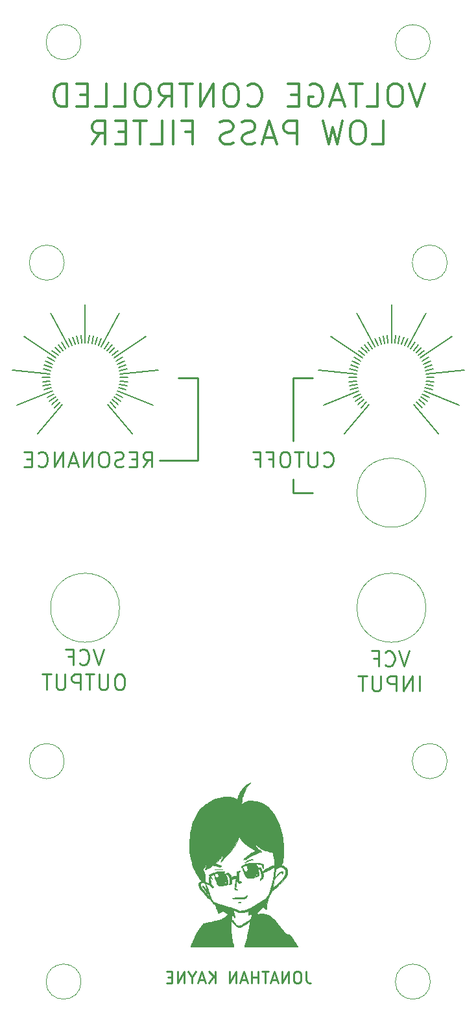
<source format=gbo>
G04 #@! TF.GenerationSoftware,KiCad,Pcbnew,(5.1.0)-1*
G04 #@! TF.CreationDate,2019-05-26T13:34:07-04:00*
G04 #@! TF.ProjectId,VCF_Panel,5643465f-5061-46e6-956c-2e6b69636164,rev?*
G04 #@! TF.SameCoordinates,Original*
G04 #@! TF.FileFunction,Legend,Bot*
G04 #@! TF.FilePolarity,Positive*
%FSLAX46Y46*%
G04 Gerber Fmt 4.6, Leading zero omitted, Abs format (unit mm)*
G04 Created by KiCad (PCBNEW (5.1.0)-1) date 2019-05-26 13:34:07*
%MOMM*%
%LPD*%
G04 APERTURE LIST*
%ADD10C,0.250000*%
%ADD11C,0.350000*%
%ADD12C,0.010000*%
%ADD13C,0.120000*%
%ADD14C,0.200000*%
G04 APERTURE END LIST*
D10*
X55000000Y-87500000D02*
X50000000Y-87500000D01*
X55000000Y-76750000D02*
X55000000Y-87500000D01*
X52500000Y-76750000D02*
X55000000Y-76750000D01*
X67500000Y-91750000D02*
X70000000Y-91750000D01*
X67500000Y-90000000D02*
X67500000Y-91750000D01*
X67500000Y-76750000D02*
X67500000Y-85000000D01*
X70000000Y-76750000D02*
X67500000Y-76750000D01*
X69157142Y-154178571D02*
X69157142Y-155250000D01*
X69228571Y-155464285D01*
X69371428Y-155607142D01*
X69585714Y-155678571D01*
X69728571Y-155678571D01*
X68157142Y-154178571D02*
X67871428Y-154178571D01*
X67728571Y-154250000D01*
X67585714Y-154392857D01*
X67514285Y-154678571D01*
X67514285Y-155178571D01*
X67585714Y-155464285D01*
X67728571Y-155607142D01*
X67871428Y-155678571D01*
X68157142Y-155678571D01*
X68300000Y-155607142D01*
X68442857Y-155464285D01*
X68514285Y-155178571D01*
X68514285Y-154678571D01*
X68442857Y-154392857D01*
X68300000Y-154250000D01*
X68157142Y-154178571D01*
X66871428Y-155678571D02*
X66871428Y-154178571D01*
X66014285Y-155678571D01*
X66014285Y-154178571D01*
X65371428Y-155250000D02*
X64657142Y-155250000D01*
X65514285Y-155678571D02*
X65014285Y-154178571D01*
X64514285Y-155678571D01*
X64228571Y-154178571D02*
X63371428Y-154178571D01*
X63800000Y-155678571D02*
X63800000Y-154178571D01*
X62871428Y-155678571D02*
X62871428Y-154178571D01*
X62871428Y-154892857D02*
X62014285Y-154892857D01*
X62014285Y-155678571D02*
X62014285Y-154178571D01*
X61371428Y-155250000D02*
X60657142Y-155250000D01*
X61514285Y-155678571D02*
X61014285Y-154178571D01*
X60514285Y-155678571D01*
X60014285Y-155678571D02*
X60014285Y-154178571D01*
X59157142Y-155678571D01*
X59157142Y-154178571D01*
X57300000Y-155678571D02*
X57300000Y-154178571D01*
X56442857Y-155678571D02*
X57085714Y-154821428D01*
X56442857Y-154178571D02*
X57300000Y-155035714D01*
X55871428Y-155250000D02*
X55157142Y-155250000D01*
X56014285Y-155678571D02*
X55514285Y-154178571D01*
X55014285Y-155678571D01*
X54228571Y-154964285D02*
X54228571Y-155678571D01*
X54728571Y-154178571D02*
X54228571Y-154964285D01*
X53728571Y-154178571D01*
X53228571Y-155678571D02*
X53228571Y-154178571D01*
X52371428Y-155678571D01*
X52371428Y-154178571D01*
X51657142Y-154892857D02*
X51157142Y-154892857D01*
X50942857Y-155678571D02*
X51657142Y-155678571D01*
X51657142Y-154178571D01*
X50942857Y-154178571D01*
D11*
X84657142Y-38432142D02*
X83657142Y-41432142D01*
X82657142Y-38432142D01*
X81085714Y-38432142D02*
X80514285Y-38432142D01*
X80228571Y-38575000D01*
X79942857Y-38860714D01*
X79800000Y-39432142D01*
X79800000Y-40432142D01*
X79942857Y-41003571D01*
X80228571Y-41289285D01*
X80514285Y-41432142D01*
X81085714Y-41432142D01*
X81371428Y-41289285D01*
X81657142Y-41003571D01*
X81800000Y-40432142D01*
X81800000Y-39432142D01*
X81657142Y-38860714D01*
X81371428Y-38575000D01*
X81085714Y-38432142D01*
X77085714Y-41432142D02*
X78514285Y-41432142D01*
X78514285Y-38432142D01*
X76514285Y-38432142D02*
X74800000Y-38432142D01*
X75657142Y-41432142D02*
X75657142Y-38432142D01*
X73942857Y-40575000D02*
X72514285Y-40575000D01*
X74228571Y-41432142D02*
X73228571Y-38432142D01*
X72228571Y-41432142D01*
X69657142Y-38575000D02*
X69942857Y-38432142D01*
X70371428Y-38432142D01*
X70800000Y-38575000D01*
X71085714Y-38860714D01*
X71228571Y-39146428D01*
X71371428Y-39717857D01*
X71371428Y-40146428D01*
X71228571Y-40717857D01*
X71085714Y-41003571D01*
X70800000Y-41289285D01*
X70371428Y-41432142D01*
X70085714Y-41432142D01*
X69657142Y-41289285D01*
X69514285Y-41146428D01*
X69514285Y-40146428D01*
X70085714Y-40146428D01*
X68228571Y-39860714D02*
X67228571Y-39860714D01*
X66800000Y-41432142D02*
X68228571Y-41432142D01*
X68228571Y-38432142D01*
X66800000Y-38432142D01*
X61514285Y-41146428D02*
X61657142Y-41289285D01*
X62085714Y-41432142D01*
X62371428Y-41432142D01*
X62800000Y-41289285D01*
X63085714Y-41003571D01*
X63228571Y-40717857D01*
X63371428Y-40146428D01*
X63371428Y-39717857D01*
X63228571Y-39146428D01*
X63085714Y-38860714D01*
X62800000Y-38575000D01*
X62371428Y-38432142D01*
X62085714Y-38432142D01*
X61657142Y-38575000D01*
X61514285Y-38717857D01*
X59657142Y-38432142D02*
X59085714Y-38432142D01*
X58800000Y-38575000D01*
X58514285Y-38860714D01*
X58371428Y-39432142D01*
X58371428Y-40432142D01*
X58514285Y-41003571D01*
X58800000Y-41289285D01*
X59085714Y-41432142D01*
X59657142Y-41432142D01*
X59942857Y-41289285D01*
X60228571Y-41003571D01*
X60371428Y-40432142D01*
X60371428Y-39432142D01*
X60228571Y-38860714D01*
X59942857Y-38575000D01*
X59657142Y-38432142D01*
X57085714Y-41432142D02*
X57085714Y-38432142D01*
X55371428Y-41432142D01*
X55371428Y-38432142D01*
X54371428Y-38432142D02*
X52657142Y-38432142D01*
X53514285Y-41432142D02*
X53514285Y-38432142D01*
X49942857Y-41432142D02*
X50942857Y-40003571D01*
X51657142Y-41432142D02*
X51657142Y-38432142D01*
X50514285Y-38432142D01*
X50228571Y-38575000D01*
X50085714Y-38717857D01*
X49942857Y-39003571D01*
X49942857Y-39432142D01*
X50085714Y-39717857D01*
X50228571Y-39860714D01*
X50514285Y-40003571D01*
X51657142Y-40003571D01*
X48085714Y-38432142D02*
X47514285Y-38432142D01*
X47228571Y-38575000D01*
X46942857Y-38860714D01*
X46800000Y-39432142D01*
X46800000Y-40432142D01*
X46942857Y-41003571D01*
X47228571Y-41289285D01*
X47514285Y-41432142D01*
X48085714Y-41432142D01*
X48371428Y-41289285D01*
X48657142Y-41003571D01*
X48800000Y-40432142D01*
X48800000Y-39432142D01*
X48657142Y-38860714D01*
X48371428Y-38575000D01*
X48085714Y-38432142D01*
X44085714Y-41432142D02*
X45514285Y-41432142D01*
X45514285Y-38432142D01*
X41657142Y-41432142D02*
X43085714Y-41432142D01*
X43085714Y-38432142D01*
X40657142Y-39860714D02*
X39657142Y-39860714D01*
X39228571Y-41432142D02*
X40657142Y-41432142D01*
X40657142Y-38432142D01*
X39228571Y-38432142D01*
X37942857Y-41432142D02*
X37942857Y-38432142D01*
X37228571Y-38432142D01*
X36800000Y-38575000D01*
X36514285Y-38860714D01*
X36371428Y-39146428D01*
X36228571Y-39717857D01*
X36228571Y-40146428D01*
X36371428Y-40717857D01*
X36514285Y-41003571D01*
X36800000Y-41289285D01*
X37228571Y-41432142D01*
X37942857Y-41432142D01*
X77800000Y-46282142D02*
X79228571Y-46282142D01*
X79228571Y-43282142D01*
X76228571Y-43282142D02*
X75657142Y-43282142D01*
X75371428Y-43425000D01*
X75085714Y-43710714D01*
X74942857Y-44282142D01*
X74942857Y-45282142D01*
X75085714Y-45853571D01*
X75371428Y-46139285D01*
X75657142Y-46282142D01*
X76228571Y-46282142D01*
X76514285Y-46139285D01*
X76800000Y-45853571D01*
X76942857Y-45282142D01*
X76942857Y-44282142D01*
X76800000Y-43710714D01*
X76514285Y-43425000D01*
X76228571Y-43282142D01*
X73942857Y-43282142D02*
X73228571Y-46282142D01*
X72657142Y-44139285D01*
X72085714Y-46282142D01*
X71371428Y-43282142D01*
X67942857Y-46282142D02*
X67942857Y-43282142D01*
X66800000Y-43282142D01*
X66514285Y-43425000D01*
X66371428Y-43567857D01*
X66228571Y-43853571D01*
X66228571Y-44282142D01*
X66371428Y-44567857D01*
X66514285Y-44710714D01*
X66800000Y-44853571D01*
X67942857Y-44853571D01*
X65085714Y-45425000D02*
X63657142Y-45425000D01*
X65371428Y-46282142D02*
X64371428Y-43282142D01*
X63371428Y-46282142D01*
X62514285Y-46139285D02*
X62085714Y-46282142D01*
X61371428Y-46282142D01*
X61085714Y-46139285D01*
X60942857Y-45996428D01*
X60800000Y-45710714D01*
X60800000Y-45425000D01*
X60942857Y-45139285D01*
X61085714Y-44996428D01*
X61371428Y-44853571D01*
X61942857Y-44710714D01*
X62228571Y-44567857D01*
X62371428Y-44425000D01*
X62514285Y-44139285D01*
X62514285Y-43853571D01*
X62371428Y-43567857D01*
X62228571Y-43425000D01*
X61942857Y-43282142D01*
X61228571Y-43282142D01*
X60800000Y-43425000D01*
X59657142Y-46139285D02*
X59228571Y-46282142D01*
X58514285Y-46282142D01*
X58228571Y-46139285D01*
X58085714Y-45996428D01*
X57942857Y-45710714D01*
X57942857Y-45425000D01*
X58085714Y-45139285D01*
X58228571Y-44996428D01*
X58514285Y-44853571D01*
X59085714Y-44710714D01*
X59371428Y-44567857D01*
X59514285Y-44425000D01*
X59657142Y-44139285D01*
X59657142Y-43853571D01*
X59514285Y-43567857D01*
X59371428Y-43425000D01*
X59085714Y-43282142D01*
X58371428Y-43282142D01*
X57942857Y-43425000D01*
X53371428Y-44710714D02*
X54371428Y-44710714D01*
X54371428Y-46282142D02*
X54371428Y-43282142D01*
X52942857Y-43282142D01*
X51800000Y-46282142D02*
X51800000Y-43282142D01*
X48942857Y-46282142D02*
X50371428Y-46282142D01*
X50371428Y-43282142D01*
X48371428Y-43282142D02*
X46657142Y-43282142D01*
X47514285Y-46282142D02*
X47514285Y-43282142D01*
X45657142Y-44710714D02*
X44657142Y-44710714D01*
X44228571Y-46282142D02*
X45657142Y-46282142D01*
X45657142Y-43282142D01*
X44228571Y-43282142D01*
X41228571Y-46282142D02*
X42228571Y-44853571D01*
X42942857Y-46282142D02*
X42942857Y-43282142D01*
X41800000Y-43282142D01*
X41514285Y-43425000D01*
X41371428Y-43567857D01*
X41228571Y-43853571D01*
X41228571Y-44282142D01*
X41371428Y-44567857D01*
X41514285Y-44710714D01*
X41800000Y-44853571D01*
X42942857Y-44853571D01*
D10*
X42723809Y-112179761D02*
X42057142Y-114179761D01*
X41390476Y-112179761D01*
X39580952Y-113989285D02*
X39676190Y-114084523D01*
X39961904Y-114179761D01*
X40152380Y-114179761D01*
X40438095Y-114084523D01*
X40628571Y-113894047D01*
X40723809Y-113703571D01*
X40819047Y-113322619D01*
X40819047Y-113036904D01*
X40723809Y-112655952D01*
X40628571Y-112465476D01*
X40438095Y-112275000D01*
X40152380Y-112179761D01*
X39961904Y-112179761D01*
X39676190Y-112275000D01*
X39580952Y-112370238D01*
X38057142Y-113132142D02*
X38723809Y-113132142D01*
X38723809Y-114179761D02*
X38723809Y-112179761D01*
X37771428Y-112179761D01*
X45009523Y-115429761D02*
X44628571Y-115429761D01*
X44438095Y-115525000D01*
X44247619Y-115715476D01*
X44152380Y-116096428D01*
X44152380Y-116763095D01*
X44247619Y-117144047D01*
X44438095Y-117334523D01*
X44628571Y-117429761D01*
X45009523Y-117429761D01*
X45200000Y-117334523D01*
X45390476Y-117144047D01*
X45485714Y-116763095D01*
X45485714Y-116096428D01*
X45390476Y-115715476D01*
X45200000Y-115525000D01*
X45009523Y-115429761D01*
X43295238Y-115429761D02*
X43295238Y-117048809D01*
X43200000Y-117239285D01*
X43104761Y-117334523D01*
X42914285Y-117429761D01*
X42533333Y-117429761D01*
X42342857Y-117334523D01*
X42247619Y-117239285D01*
X42152380Y-117048809D01*
X42152380Y-115429761D01*
X41485714Y-115429761D02*
X40342857Y-115429761D01*
X40914285Y-117429761D02*
X40914285Y-115429761D01*
X39676190Y-117429761D02*
X39676190Y-115429761D01*
X38914285Y-115429761D01*
X38723809Y-115525000D01*
X38628571Y-115620238D01*
X38533333Y-115810714D01*
X38533333Y-116096428D01*
X38628571Y-116286904D01*
X38723809Y-116382142D01*
X38914285Y-116477380D01*
X39676190Y-116477380D01*
X37676190Y-115429761D02*
X37676190Y-117048809D01*
X37580952Y-117239285D01*
X37485714Y-117334523D01*
X37295238Y-117429761D01*
X36914285Y-117429761D01*
X36723809Y-117334523D01*
X36628571Y-117239285D01*
X36533333Y-117048809D01*
X36533333Y-115429761D01*
X35866666Y-115429761D02*
X34723809Y-115429761D01*
X35295238Y-117429761D02*
X35295238Y-115429761D01*
X82623809Y-112379761D02*
X81957142Y-114379761D01*
X81290476Y-112379761D01*
X79480952Y-114189285D02*
X79576190Y-114284523D01*
X79861904Y-114379761D01*
X80052380Y-114379761D01*
X80338095Y-114284523D01*
X80528571Y-114094047D01*
X80623809Y-113903571D01*
X80719047Y-113522619D01*
X80719047Y-113236904D01*
X80623809Y-112855952D01*
X80528571Y-112665476D01*
X80338095Y-112475000D01*
X80052380Y-112379761D01*
X79861904Y-112379761D01*
X79576190Y-112475000D01*
X79480952Y-112570238D01*
X77957142Y-113332142D02*
X78623809Y-113332142D01*
X78623809Y-114379761D02*
X78623809Y-112379761D01*
X77671428Y-112379761D01*
X83957142Y-117629761D02*
X83957142Y-115629761D01*
X83004761Y-117629761D02*
X83004761Y-115629761D01*
X81861904Y-117629761D01*
X81861904Y-115629761D01*
X80909523Y-117629761D02*
X80909523Y-115629761D01*
X80147619Y-115629761D01*
X79957142Y-115725000D01*
X79861904Y-115820238D01*
X79766666Y-116010714D01*
X79766666Y-116296428D01*
X79861904Y-116486904D01*
X79957142Y-116582142D01*
X80147619Y-116677380D01*
X80909523Y-116677380D01*
X78909523Y-115629761D02*
X78909523Y-117248809D01*
X78814285Y-117439285D01*
X78719047Y-117534523D01*
X78528571Y-117629761D01*
X78147619Y-117629761D01*
X77957142Y-117534523D01*
X77861904Y-117439285D01*
X77766666Y-117248809D01*
X77766666Y-115629761D01*
X77100000Y-115629761D02*
X75957142Y-115629761D01*
X76528571Y-117629761D02*
X76528571Y-115629761D01*
X47892857Y-88404761D02*
X48559523Y-87452380D01*
X49035714Y-88404761D02*
X49035714Y-86404761D01*
X48273809Y-86404761D01*
X48083333Y-86500000D01*
X47988095Y-86595238D01*
X47892857Y-86785714D01*
X47892857Y-87071428D01*
X47988095Y-87261904D01*
X48083333Y-87357142D01*
X48273809Y-87452380D01*
X49035714Y-87452380D01*
X47035714Y-87357142D02*
X46369047Y-87357142D01*
X46083333Y-88404761D02*
X47035714Y-88404761D01*
X47035714Y-86404761D01*
X46083333Y-86404761D01*
X45321428Y-88309523D02*
X45035714Y-88404761D01*
X44559523Y-88404761D01*
X44369047Y-88309523D01*
X44273809Y-88214285D01*
X44178571Y-88023809D01*
X44178571Y-87833333D01*
X44273809Y-87642857D01*
X44369047Y-87547619D01*
X44559523Y-87452380D01*
X44940476Y-87357142D01*
X45130952Y-87261904D01*
X45226190Y-87166666D01*
X45321428Y-86976190D01*
X45321428Y-86785714D01*
X45226190Y-86595238D01*
X45130952Y-86500000D01*
X44940476Y-86404761D01*
X44464285Y-86404761D01*
X44178571Y-86500000D01*
X42940476Y-86404761D02*
X42559523Y-86404761D01*
X42369047Y-86500000D01*
X42178571Y-86690476D01*
X42083333Y-87071428D01*
X42083333Y-87738095D01*
X42178571Y-88119047D01*
X42369047Y-88309523D01*
X42559523Y-88404761D01*
X42940476Y-88404761D01*
X43130952Y-88309523D01*
X43321428Y-88119047D01*
X43416666Y-87738095D01*
X43416666Y-87071428D01*
X43321428Y-86690476D01*
X43130952Y-86500000D01*
X42940476Y-86404761D01*
X41226190Y-88404761D02*
X41226190Y-86404761D01*
X40083333Y-88404761D01*
X40083333Y-86404761D01*
X39226190Y-87833333D02*
X38273809Y-87833333D01*
X39416666Y-88404761D02*
X38750000Y-86404761D01*
X38083333Y-88404761D01*
X37416666Y-88404761D02*
X37416666Y-86404761D01*
X36273809Y-88404761D01*
X36273809Y-86404761D01*
X34178571Y-88214285D02*
X34273809Y-88309523D01*
X34559523Y-88404761D01*
X34750000Y-88404761D01*
X35035714Y-88309523D01*
X35226190Y-88119047D01*
X35321428Y-87928571D01*
X35416666Y-87547619D01*
X35416666Y-87261904D01*
X35321428Y-86880952D01*
X35226190Y-86690476D01*
X35035714Y-86500000D01*
X34750000Y-86404761D01*
X34559523Y-86404761D01*
X34273809Y-86500000D01*
X34178571Y-86595238D01*
X33321428Y-87357142D02*
X32654761Y-87357142D01*
X32369047Y-88404761D02*
X33321428Y-88404761D01*
X33321428Y-86404761D01*
X32369047Y-86404761D01*
X71452380Y-88214285D02*
X71547619Y-88309523D01*
X71833333Y-88404761D01*
X72023809Y-88404761D01*
X72309523Y-88309523D01*
X72500000Y-88119047D01*
X72595238Y-87928571D01*
X72690476Y-87547619D01*
X72690476Y-87261904D01*
X72595238Y-86880952D01*
X72500000Y-86690476D01*
X72309523Y-86500000D01*
X72023809Y-86404761D01*
X71833333Y-86404761D01*
X71547619Y-86500000D01*
X71452380Y-86595238D01*
X70595238Y-86404761D02*
X70595238Y-88023809D01*
X70500000Y-88214285D01*
X70404761Y-88309523D01*
X70214285Y-88404761D01*
X69833333Y-88404761D01*
X69642857Y-88309523D01*
X69547619Y-88214285D01*
X69452380Y-88023809D01*
X69452380Y-86404761D01*
X68785714Y-86404761D02*
X67642857Y-86404761D01*
X68214285Y-88404761D02*
X68214285Y-86404761D01*
X66595238Y-86404761D02*
X66214285Y-86404761D01*
X66023809Y-86500000D01*
X65833333Y-86690476D01*
X65738095Y-87071428D01*
X65738095Y-87738095D01*
X65833333Y-88119047D01*
X66023809Y-88309523D01*
X66214285Y-88404761D01*
X66595238Y-88404761D01*
X66785714Y-88309523D01*
X66976190Y-88119047D01*
X67071428Y-87738095D01*
X67071428Y-87071428D01*
X66976190Y-86690476D01*
X66785714Y-86500000D01*
X66595238Y-86404761D01*
X64214285Y-87357142D02*
X64880952Y-87357142D01*
X64880952Y-88404761D02*
X64880952Y-86404761D01*
X63928571Y-86404761D01*
X62500000Y-87357142D02*
X63166666Y-87357142D01*
X63166666Y-88404761D02*
X63166666Y-86404761D01*
X62214285Y-86404761D01*
D12*
G36*
X65872924Y-141113308D02*
G01*
X65761978Y-141173180D01*
X65638494Y-141266634D01*
X65508945Y-141388487D01*
X65379805Y-141533558D01*
X65322561Y-141606341D01*
X65254528Y-141699654D01*
X65188610Y-141795755D01*
X65130316Y-141885843D01*
X65085151Y-141961114D01*
X65058621Y-142012767D01*
X65056235Y-142031999D01*
X65056260Y-142032000D01*
X65076544Y-142014408D01*
X65125172Y-141965849D01*
X65195991Y-141892650D01*
X65282851Y-141801135D01*
X65338678Y-141741598D01*
X65460593Y-141616543D01*
X65581802Y-141502180D01*
X65696090Y-141403493D01*
X65797242Y-141325465D01*
X65879044Y-141273079D01*
X65935280Y-141251321D01*
X65948953Y-141252217D01*
X65972935Y-141280535D01*
X65997862Y-141339209D01*
X66002995Y-141356104D01*
X66030017Y-141426907D01*
X66057664Y-141446935D01*
X66086774Y-141416216D01*
X66110240Y-141359391D01*
X66129851Y-141250990D01*
X66110129Y-141166562D01*
X66054143Y-141111751D01*
X65964964Y-141092200D01*
X65964858Y-141092200D01*
X65872924Y-141113308D01*
X65872924Y-141113308D01*
G37*
X65872924Y-141113308D02*
X65761978Y-141173180D01*
X65638494Y-141266634D01*
X65508945Y-141388487D01*
X65379805Y-141533558D01*
X65322561Y-141606341D01*
X65254528Y-141699654D01*
X65188610Y-141795755D01*
X65130316Y-141885843D01*
X65085151Y-141961114D01*
X65058621Y-142012767D01*
X65056235Y-142031999D01*
X65056260Y-142032000D01*
X65076544Y-142014408D01*
X65125172Y-141965849D01*
X65195991Y-141892650D01*
X65282851Y-141801135D01*
X65338678Y-141741598D01*
X65460593Y-141616543D01*
X65581802Y-141502180D01*
X65696090Y-141403493D01*
X65797242Y-141325465D01*
X65879044Y-141273079D01*
X65935280Y-141251321D01*
X65948953Y-141252217D01*
X65972935Y-141280535D01*
X65997862Y-141339209D01*
X66002995Y-141356104D01*
X66030017Y-141426907D01*
X66057664Y-141446935D01*
X66086774Y-141416216D01*
X66110240Y-141359391D01*
X66129851Y-141250990D01*
X66110129Y-141166562D01*
X66054143Y-141111751D01*
X65964964Y-141092200D01*
X65964858Y-141092200D01*
X65872924Y-141113308D01*
G36*
X62011292Y-139547713D02*
G01*
X61900342Y-139576644D01*
X61774565Y-139618210D01*
X61641533Y-139669726D01*
X61508815Y-139728508D01*
X61383980Y-139791872D01*
X61274599Y-139857136D01*
X61201700Y-139910225D01*
X61155335Y-139952348D01*
X61150795Y-139967771D01*
X61186849Y-139956755D01*
X61262269Y-139919562D01*
X61328700Y-139883223D01*
X61434747Y-139828505D01*
X61561475Y-139770383D01*
X61697399Y-139713330D01*
X61831032Y-139661820D01*
X61950889Y-139620325D01*
X62045484Y-139593320D01*
X62093877Y-139585215D01*
X62151356Y-139577789D01*
X62179044Y-139565325D01*
X62179487Y-139563561D01*
X62158434Y-139538487D01*
X62099846Y-139534099D01*
X62011292Y-139547713D01*
X62011292Y-139547713D01*
G37*
X62011292Y-139547713D02*
X61900342Y-139576644D01*
X61774565Y-139618210D01*
X61641533Y-139669726D01*
X61508815Y-139728508D01*
X61383980Y-139791872D01*
X61274599Y-139857136D01*
X61201700Y-139910225D01*
X61155335Y-139952348D01*
X61150795Y-139967771D01*
X61186849Y-139956755D01*
X61262269Y-139919562D01*
X61328700Y-139883223D01*
X61434747Y-139828505D01*
X61561475Y-139770383D01*
X61697399Y-139713330D01*
X61831032Y-139661820D01*
X61950889Y-139620325D01*
X62045484Y-139593320D01*
X62093877Y-139585215D01*
X62151356Y-139577789D01*
X62179044Y-139565325D01*
X62179487Y-139563561D01*
X62158434Y-139538487D01*
X62099846Y-139534099D01*
X62011292Y-139547713D01*
G36*
X57668663Y-140838762D02*
G01*
X57526219Y-140843274D01*
X57398066Y-140850470D01*
X57302800Y-140859355D01*
X57263359Y-140865984D01*
X57266783Y-140871251D01*
X57314711Y-140875239D01*
X57408779Y-140878033D01*
X57550624Y-140879718D01*
X57708006Y-140880338D01*
X57909973Y-140879735D01*
X58061532Y-140877200D01*
X58163040Y-140872716D01*
X58214852Y-140866268D01*
X58217325Y-140857840D01*
X58216006Y-140857306D01*
X58164639Y-140848036D01*
X58073385Y-140841570D01*
X57953081Y-140837885D01*
X57814562Y-140836957D01*
X57668663Y-140838762D01*
X57668663Y-140838762D01*
G37*
X57668663Y-140838762D02*
X57526219Y-140843274D01*
X57398066Y-140850470D01*
X57302800Y-140859355D01*
X57263359Y-140865984D01*
X57266783Y-140871251D01*
X57314711Y-140875239D01*
X57408779Y-140878033D01*
X57550624Y-140879718D01*
X57708006Y-140880338D01*
X57909973Y-140879735D01*
X58061532Y-140877200D01*
X58163040Y-140872716D01*
X58214852Y-140866268D01*
X58217325Y-140857840D01*
X58216006Y-140857306D01*
X58164639Y-140848036D01*
X58073385Y-140841570D01*
X57953081Y-140837885D01*
X57814562Y-140836957D01*
X57668663Y-140838762D01*
G36*
X60365902Y-141066109D02*
G01*
X60249200Y-141101036D01*
X60084100Y-141156239D01*
X60090435Y-141454419D01*
X60091390Y-141570578D01*
X60089289Y-141665444D01*
X60084553Y-141729137D01*
X60077735Y-141751792D01*
X60044821Y-141737322D01*
X60007900Y-141712559D01*
X59948767Y-141688804D01*
X59864135Y-141690880D01*
X59748911Y-141719693D01*
X59598000Y-141776148D01*
X59560008Y-141792151D01*
X59363215Y-141876383D01*
X59320126Y-141744641D01*
X59256465Y-141574782D01*
X59189898Y-141451042D01*
X59116225Y-141368754D01*
X59031247Y-141323255D01*
X58930764Y-141309878D01*
X58928800Y-141309902D01*
X58825387Y-141321773D01*
X58746884Y-141349797D01*
X58697568Y-141387648D01*
X58681716Y-141429002D01*
X58703604Y-141467531D01*
X58767508Y-141496909D01*
X58797979Y-141503422D01*
X58873162Y-141520700D01*
X58928787Y-141541327D01*
X58939534Y-141548099D01*
X58984232Y-141603254D01*
X59035536Y-141694806D01*
X59087417Y-141809950D01*
X59133848Y-141935880D01*
X59155175Y-142006172D01*
X59196380Y-142191586D01*
X59206776Y-142348490D01*
X59185913Y-142489099D01*
X59133342Y-142625634D01*
X59132293Y-142627746D01*
X59092794Y-142708877D01*
X59074368Y-142757936D01*
X59075320Y-142788262D01*
X59093954Y-142813194D01*
X59107133Y-142825719D01*
X59143491Y-142854401D01*
X59177822Y-142857988D01*
X59231513Y-142837166D01*
X59246340Y-142830189D01*
X59324302Y-142780579D01*
X59395845Y-142715851D01*
X59401892Y-142708899D01*
X59434395Y-142667055D01*
X59452927Y-142627846D01*
X59459961Y-142577022D01*
X59457974Y-142500335D01*
X59452204Y-142419255D01*
X59444008Y-142318529D01*
X59436484Y-142236322D01*
X59430939Y-142186616D01*
X59429858Y-142180141D01*
X59450014Y-142163051D01*
X59507774Y-142138827D01*
X59591064Y-142110954D01*
X59687810Y-142082918D01*
X59785938Y-142058203D01*
X59873375Y-142040295D01*
X59938046Y-142032679D01*
X59940877Y-142032626D01*
X59979950Y-142037233D01*
X59991939Y-142061955D01*
X59984275Y-142120374D01*
X59973509Y-142188131D01*
X59960088Y-142287109D01*
X59946601Y-142398002D01*
X59944245Y-142418824D01*
X59930337Y-142524893D01*
X59909193Y-142663709D01*
X59883550Y-142818205D01*
X59856145Y-142971317D01*
X59852702Y-142989667D01*
X59826334Y-143131502D01*
X59809259Y-143232532D01*
X59800946Y-143301796D01*
X59800868Y-143348331D01*
X59808494Y-143381175D01*
X59823297Y-143409365D01*
X59827733Y-143416251D01*
X59874199Y-143464117D01*
X59940085Y-143505464D01*
X60012879Y-143536114D01*
X60080068Y-143551889D01*
X60129142Y-143548613D01*
X60147600Y-143523054D01*
X60129482Y-143484937D01*
X60083246Y-143431155D01*
X60048758Y-143399152D01*
X59949915Y-143314546D01*
X60000727Y-143035223D01*
X60038625Y-142745484D01*
X60054746Y-142411932D01*
X60055119Y-142381337D01*
X60057428Y-142249934D01*
X60061388Y-142138666D01*
X60066527Y-142056392D01*
X60072369Y-142011971D01*
X60075173Y-142006687D01*
X60085435Y-142029869D01*
X60097304Y-142091133D01*
X60108421Y-142177915D01*
X60109721Y-142190750D01*
X60133257Y-142351479D01*
X60171224Y-142468184D01*
X60229063Y-142546838D01*
X60312209Y-142593414D01*
X60426104Y-142613886D01*
X60497084Y-142616200D01*
X60612363Y-142607596D01*
X60690058Y-142583280D01*
X60725993Y-142545495D01*
X60717009Y-142498110D01*
X60673103Y-142459645D01*
X60615409Y-142435759D01*
X60533672Y-142416714D01*
X60472064Y-142402606D01*
X60426489Y-142378567D01*
X60390837Y-142326518D01*
X60364171Y-142242041D01*
X60345553Y-142120720D01*
X60334046Y-141958136D01*
X60328710Y-141749873D01*
X60328479Y-141726291D01*
X60325089Y-141331682D01*
X60439545Y-141219352D01*
X60499421Y-141155708D01*
X60540849Y-141102343D01*
X60554000Y-141074211D01*
X60531930Y-141048954D01*
X60468060Y-141046356D01*
X60365902Y-141066109D01*
X60365902Y-141066109D01*
G37*
X60365902Y-141066109D02*
X60249200Y-141101036D01*
X60084100Y-141156239D01*
X60090435Y-141454419D01*
X60091390Y-141570578D01*
X60089289Y-141665444D01*
X60084553Y-141729137D01*
X60077735Y-141751792D01*
X60044821Y-141737322D01*
X60007900Y-141712559D01*
X59948767Y-141688804D01*
X59864135Y-141690880D01*
X59748911Y-141719693D01*
X59598000Y-141776148D01*
X59560008Y-141792151D01*
X59363215Y-141876383D01*
X59320126Y-141744641D01*
X59256465Y-141574782D01*
X59189898Y-141451042D01*
X59116225Y-141368754D01*
X59031247Y-141323255D01*
X58930764Y-141309878D01*
X58928800Y-141309902D01*
X58825387Y-141321773D01*
X58746884Y-141349797D01*
X58697568Y-141387648D01*
X58681716Y-141429002D01*
X58703604Y-141467531D01*
X58767508Y-141496909D01*
X58797979Y-141503422D01*
X58873162Y-141520700D01*
X58928787Y-141541327D01*
X58939534Y-141548099D01*
X58984232Y-141603254D01*
X59035536Y-141694806D01*
X59087417Y-141809950D01*
X59133848Y-141935880D01*
X59155175Y-142006172D01*
X59196380Y-142191586D01*
X59206776Y-142348490D01*
X59185913Y-142489099D01*
X59133342Y-142625634D01*
X59132293Y-142627746D01*
X59092794Y-142708877D01*
X59074368Y-142757936D01*
X59075320Y-142788262D01*
X59093954Y-142813194D01*
X59107133Y-142825719D01*
X59143491Y-142854401D01*
X59177822Y-142857988D01*
X59231513Y-142837166D01*
X59246340Y-142830189D01*
X59324302Y-142780579D01*
X59395845Y-142715851D01*
X59401892Y-142708899D01*
X59434395Y-142667055D01*
X59452927Y-142627846D01*
X59459961Y-142577022D01*
X59457974Y-142500335D01*
X59452204Y-142419255D01*
X59444008Y-142318529D01*
X59436484Y-142236322D01*
X59430939Y-142186616D01*
X59429858Y-142180141D01*
X59450014Y-142163051D01*
X59507774Y-142138827D01*
X59591064Y-142110954D01*
X59687810Y-142082918D01*
X59785938Y-142058203D01*
X59873375Y-142040295D01*
X59938046Y-142032679D01*
X59940877Y-142032626D01*
X59979950Y-142037233D01*
X59991939Y-142061955D01*
X59984275Y-142120374D01*
X59973509Y-142188131D01*
X59960088Y-142287109D01*
X59946601Y-142398002D01*
X59944245Y-142418824D01*
X59930337Y-142524893D01*
X59909193Y-142663709D01*
X59883550Y-142818205D01*
X59856145Y-142971317D01*
X59852702Y-142989667D01*
X59826334Y-143131502D01*
X59809259Y-143232532D01*
X59800946Y-143301796D01*
X59800868Y-143348331D01*
X59808494Y-143381175D01*
X59823297Y-143409365D01*
X59827733Y-143416251D01*
X59874199Y-143464117D01*
X59940085Y-143505464D01*
X60012879Y-143536114D01*
X60080068Y-143551889D01*
X60129142Y-143548613D01*
X60147600Y-143523054D01*
X60129482Y-143484937D01*
X60083246Y-143431155D01*
X60048758Y-143399152D01*
X59949915Y-143314546D01*
X60000727Y-143035223D01*
X60038625Y-142745484D01*
X60054746Y-142411932D01*
X60055119Y-142381337D01*
X60057428Y-142249934D01*
X60061388Y-142138666D01*
X60066527Y-142056392D01*
X60072369Y-142011971D01*
X60075173Y-142006687D01*
X60085435Y-142029869D01*
X60097304Y-142091133D01*
X60108421Y-142177915D01*
X60109721Y-142190750D01*
X60133257Y-142351479D01*
X60171224Y-142468184D01*
X60229063Y-142546838D01*
X60312209Y-142593414D01*
X60426104Y-142613886D01*
X60497084Y-142616200D01*
X60612363Y-142607596D01*
X60690058Y-142583280D01*
X60725993Y-142545495D01*
X60717009Y-142498110D01*
X60673103Y-142459645D01*
X60615409Y-142435759D01*
X60533672Y-142416714D01*
X60472064Y-142402606D01*
X60426489Y-142378567D01*
X60390837Y-142326518D01*
X60364171Y-142242041D01*
X60345553Y-142120720D01*
X60334046Y-141958136D01*
X60328710Y-141749873D01*
X60328479Y-141726291D01*
X60325089Y-141331682D01*
X60439545Y-141219352D01*
X60499421Y-141155708D01*
X60540849Y-141102343D01*
X60554000Y-141074211D01*
X60531930Y-141048954D01*
X60468060Y-141046356D01*
X60365902Y-141066109D01*
G36*
X61397905Y-144298899D02*
G01*
X61339335Y-144335919D01*
X61286529Y-144371564D01*
X61199668Y-144427775D01*
X61120172Y-144470585D01*
X61039081Y-144501805D01*
X60947438Y-144523246D01*
X60836281Y-144536720D01*
X60696654Y-144544038D01*
X60519596Y-144547011D01*
X60416614Y-144547431D01*
X60149403Y-144550381D01*
X59931937Y-144558321D01*
X59763390Y-144571389D01*
X59642941Y-144589723D01*
X59569764Y-144613459D01*
X59543036Y-144642735D01*
X59561934Y-144677689D01*
X59574605Y-144688009D01*
X59615320Y-144699320D01*
X59698622Y-144708602D01*
X59816339Y-144715850D01*
X59960298Y-144721057D01*
X60122328Y-144724219D01*
X60294256Y-144725330D01*
X60467910Y-144724384D01*
X60635117Y-144721375D01*
X60787705Y-144716299D01*
X60917502Y-144709149D01*
X61016334Y-144699920D01*
X61074700Y-144689035D01*
X61155030Y-144660617D01*
X61223958Y-144631168D01*
X61234248Y-144625914D01*
X61293647Y-144578481D01*
X61355388Y-144505830D01*
X61407736Y-144424819D01*
X61438960Y-144352308D01*
X61443000Y-144325942D01*
X61440927Y-144296480D01*
X61428832Y-144286609D01*
X61397905Y-144298899D01*
X61397905Y-144298899D01*
G37*
X61397905Y-144298899D02*
X61339335Y-144335919D01*
X61286529Y-144371564D01*
X61199668Y-144427775D01*
X61120172Y-144470585D01*
X61039081Y-144501805D01*
X60947438Y-144523246D01*
X60836281Y-144536720D01*
X60696654Y-144544038D01*
X60519596Y-144547011D01*
X60416614Y-144547431D01*
X60149403Y-144550381D01*
X59931937Y-144558321D01*
X59763390Y-144571389D01*
X59642941Y-144589723D01*
X59569764Y-144613459D01*
X59543036Y-144642735D01*
X59561934Y-144677689D01*
X59574605Y-144688009D01*
X59615320Y-144699320D01*
X59698622Y-144708602D01*
X59816339Y-144715850D01*
X59960298Y-144721057D01*
X60122328Y-144724219D01*
X60294256Y-144725330D01*
X60467910Y-144724384D01*
X60635117Y-144721375D01*
X60787705Y-144716299D01*
X60917502Y-144709149D01*
X61016334Y-144699920D01*
X61074700Y-144689035D01*
X61155030Y-144660617D01*
X61223958Y-144631168D01*
X61234248Y-144625914D01*
X61293647Y-144578481D01*
X61355388Y-144505830D01*
X61407736Y-144424819D01*
X61438960Y-144352308D01*
X61443000Y-144325942D01*
X61440927Y-144296480D01*
X61428832Y-144286609D01*
X61397905Y-144298899D01*
G36*
X60501231Y-145118025D02*
G01*
X60484650Y-145120305D01*
X60365495Y-145140672D01*
X60290102Y-145160201D01*
X60251521Y-145181022D01*
X60243334Y-145194300D01*
X60259293Y-145213675D01*
X60310102Y-145223549D01*
X60380697Y-145223875D01*
X60456016Y-145214607D01*
X60520997Y-145195700D01*
X60522250Y-145195151D01*
X60587890Y-145158339D01*
X60604957Y-145130607D01*
X60575416Y-145115866D01*
X60501231Y-145118025D01*
X60501231Y-145118025D01*
G37*
X60501231Y-145118025D02*
X60484650Y-145120305D01*
X60365495Y-145140672D01*
X60290102Y-145160201D01*
X60251521Y-145181022D01*
X60243334Y-145194300D01*
X60259293Y-145213675D01*
X60310102Y-145223549D01*
X60380697Y-145223875D01*
X60456016Y-145214607D01*
X60520997Y-145195700D01*
X60522250Y-145195151D01*
X60587890Y-145158339D01*
X60604957Y-145130607D01*
X60575416Y-145115866D01*
X60501231Y-145118025D01*
G36*
X61800519Y-129584656D02*
G01*
X61722594Y-129619399D01*
X61630748Y-129665236D01*
X61534932Y-129717274D01*
X61445099Y-129770618D01*
X61392200Y-129805354D01*
X61285985Y-129890377D01*
X61162170Y-130007717D01*
X61030419Y-130146829D01*
X60900398Y-130297168D01*
X60781771Y-130448187D01*
X60709893Y-130549846D01*
X60561287Y-130787082D01*
X60430679Y-131029806D01*
X60309191Y-131295348D01*
X60236987Y-131472819D01*
X60193733Y-131578619D01*
X60156166Y-131661826D01*
X60128306Y-131714116D01*
X60114176Y-131727164D01*
X60114158Y-131727135D01*
X60077377Y-131696350D01*
X60003358Y-131654180D01*
X59903023Y-131605411D01*
X59787290Y-131554829D01*
X59667080Y-131507221D01*
X59553312Y-131467372D01*
X59461800Y-131441218D01*
X59251550Y-131406849D01*
X59004838Y-131393164D01*
X58731184Y-131399254D01*
X58440111Y-131424211D01*
X58141137Y-131467127D01*
X57843786Y-131527093D01*
X57557576Y-131603200D01*
X57467900Y-131631471D01*
X57320022Y-131686655D01*
X57140906Y-131763935D01*
X56941836Y-131857610D01*
X56734097Y-131961983D01*
X56528973Y-132071355D01*
X56337750Y-132180028D01*
X56171711Y-132282303D01*
X56147100Y-132298444D01*
X55856498Y-132503947D01*
X55599394Y-132715046D01*
X55371085Y-132938000D01*
X55166863Y-133179071D01*
X54982024Y-133444518D01*
X54811863Y-133740600D01*
X54651673Y-134073579D01*
X54496750Y-134449713D01*
X54462792Y-134539182D01*
X54288145Y-135051899D01*
X54148610Y-135566661D01*
X54042019Y-136094025D01*
X53966203Y-136644548D01*
X53922380Y-137170338D01*
X53904729Y-137666864D01*
X53914757Y-138135699D01*
X53953665Y-138592504D01*
X54022649Y-139052937D01*
X54093300Y-139403100D01*
X54163931Y-139709984D01*
X54231650Y-139976680D01*
X54299996Y-140213386D01*
X54372508Y-140430304D01*
X54452727Y-140637631D01*
X54544191Y-140845569D01*
X54650440Y-141064317D01*
X54710302Y-141181100D01*
X54874372Y-141489011D01*
X55022649Y-141751289D01*
X55154868Y-141967529D01*
X55270765Y-142137326D01*
X55370075Y-142260278D01*
X55452533Y-142335980D01*
X55477551Y-142351336D01*
X55529001Y-142386185D01*
X55531944Y-142413736D01*
X55485563Y-142435512D01*
X55425729Y-142447749D01*
X55310008Y-142489024D01*
X55210474Y-142566336D01*
X55144038Y-142666426D01*
X55120867Y-142776407D01*
X55126342Y-142913334D01*
X55158724Y-143063445D01*
X55212005Y-143203982D01*
X55286975Y-143334617D01*
X55398418Y-143481981D01*
X55511298Y-143609935D01*
X55612785Y-143723484D01*
X55716867Y-143846782D01*
X55809981Y-143963412D01*
X55867916Y-144041535D01*
X55942613Y-144140356D01*
X56039910Y-144258473D01*
X56146092Y-144379661D01*
X56229226Y-144468964D01*
X56323667Y-144565853D01*
X56391545Y-144631247D01*
X56440832Y-144670902D01*
X56479503Y-144690577D01*
X56515530Y-144696028D01*
X56541757Y-144694628D01*
X56587117Y-144692648D01*
X56619406Y-144703393D01*
X56648141Y-144736084D01*
X56682844Y-144799944D01*
X56711415Y-144858993D01*
X56779110Y-144988528D01*
X56853703Y-145111398D01*
X56929957Y-145221033D01*
X57002633Y-145310866D01*
X57066493Y-145374327D01*
X57116298Y-145404848D01*
X57143216Y-145400451D01*
X57173672Y-145399664D01*
X57204741Y-145412094D01*
X57247937Y-145456647D01*
X57301014Y-145547906D01*
X57362703Y-145683017D01*
X57431736Y-145859126D01*
X57506845Y-146073379D01*
X57530621Y-146145427D01*
X57574708Y-146275023D01*
X57616595Y-146387746D01*
X57652631Y-146474504D01*
X57679161Y-146526202D01*
X57687510Y-146535936D01*
X57723389Y-146539184D01*
X57786872Y-146517273D01*
X57883574Y-146468040D01*
X57926597Y-146443786D01*
X58030406Y-146387492D01*
X58130983Y-146338488D01*
X58211162Y-146304973D01*
X58230625Y-146298592D01*
X58332950Y-146269129D01*
X58611625Y-146464021D01*
X58719164Y-146539895D01*
X58814749Y-146608566D01*
X58888960Y-146663179D01*
X58932376Y-146696881D01*
X58935943Y-146699972D01*
X58963954Y-146730174D01*
X58955782Y-146751317D01*
X58910543Y-146776844D01*
X58857534Y-146812910D01*
X58785555Y-146873750D01*
X58709762Y-146946509D01*
X58706362Y-146950004D01*
X58591934Y-147054563D01*
X58453041Y-147161277D01*
X58307152Y-147257957D01*
X58171739Y-147332413D01*
X58134138Y-147349276D01*
X58059798Y-147375425D01*
X57943619Y-147410195D01*
X57793456Y-147451673D01*
X57617163Y-147497942D01*
X57422597Y-147547087D01*
X57217613Y-147597191D01*
X57010067Y-147646338D01*
X56807812Y-147692614D01*
X56618706Y-147734102D01*
X56450603Y-147768886D01*
X56311358Y-147795050D01*
X56294518Y-147797933D01*
X56089740Y-147835054D01*
X55930115Y-147870470D01*
X55810127Y-147906163D01*
X55724265Y-147944114D01*
X55667014Y-147986305D01*
X55632861Y-148034719D01*
X55632287Y-148035956D01*
X55606096Y-148077092D01*
X55554694Y-148146001D01*
X55486194Y-148232111D01*
X55428354Y-148301768D01*
X55297037Y-148472455D01*
X55155384Y-148684224D01*
X55007358Y-148929408D01*
X54856922Y-149200343D01*
X54708039Y-149489365D01*
X54564672Y-149788807D01*
X54430786Y-150091006D01*
X54310343Y-150388296D01*
X54217017Y-150644441D01*
X54104546Y-150972800D01*
X59691368Y-150972800D01*
X59678300Y-150915650D01*
X59638902Y-150733954D01*
X59595194Y-150516437D01*
X59549404Y-150275618D01*
X59503761Y-150024016D01*
X59460493Y-149774153D01*
X59421830Y-149538548D01*
X59390000Y-149329721D01*
X59370482Y-149186603D01*
X59349512Y-149016543D01*
X59334120Y-148878367D01*
X59323869Y-148759769D01*
X59318320Y-148648442D01*
X59317034Y-148532081D01*
X59319573Y-148398380D01*
X59325500Y-148235032D01*
X59331556Y-148093578D01*
X59339278Y-147927288D01*
X59346965Y-147778691D01*
X59354177Y-147655062D01*
X59360472Y-147563673D01*
X59365410Y-147511799D01*
X59367374Y-147502759D01*
X59385144Y-147516562D01*
X59420419Y-147562930D01*
X59453774Y-147613380D01*
X59517124Y-147703675D01*
X59603693Y-147813122D01*
X59703888Y-147930957D01*
X59808112Y-148046415D01*
X59906772Y-148148731D01*
X59990273Y-148227141D01*
X60027485Y-148257067D01*
X60148363Y-148326362D01*
X60284661Y-148375695D01*
X60417631Y-148399588D01*
X60506726Y-148397082D01*
X60583101Y-148377177D01*
X60680384Y-148341675D01*
X60758082Y-148307357D01*
X60852572Y-148256652D01*
X60977141Y-148182701D01*
X61121048Y-148092497D01*
X61273549Y-147993034D01*
X61423904Y-147891302D01*
X61561371Y-147794295D01*
X61664705Y-147717186D01*
X61739906Y-147659675D01*
X61798054Y-147616631D01*
X61828960Y-147595556D01*
X61831234Y-147594600D01*
X61830989Y-147618386D01*
X61823023Y-147684869D01*
X61808523Y-147786731D01*
X61788674Y-147916654D01*
X61764663Y-148067322D01*
X61737677Y-148231417D01*
X61708901Y-148401623D01*
X61679522Y-148570621D01*
X61650727Y-148731096D01*
X61623701Y-148875730D01*
X61622582Y-148881559D01*
X61564279Y-149167529D01*
X61496631Y-149470144D01*
X61423090Y-149775468D01*
X61347106Y-150069566D01*
X61272134Y-150338504D01*
X61215018Y-150526758D01*
X61176904Y-150652050D01*
X61146175Y-150763517D01*
X61125552Y-150850476D01*
X61117752Y-150902246D01*
X61118014Y-150907758D01*
X61125500Y-150960100D01*
X64598950Y-150966540D01*
X65014628Y-150967200D01*
X65416109Y-150967621D01*
X65800485Y-150967810D01*
X66164849Y-150967776D01*
X66506292Y-150967525D01*
X66821906Y-150967065D01*
X67108784Y-150966403D01*
X67364017Y-150965548D01*
X67584698Y-150964506D01*
X67767919Y-150963286D01*
X67910771Y-150961894D01*
X68010347Y-150960338D01*
X68063739Y-150958626D01*
X68072400Y-150957551D01*
X68058798Y-150931986D01*
X68021594Y-150873028D01*
X67966188Y-150788987D01*
X67897985Y-150688174D01*
X67885060Y-150669317D01*
X67796109Y-150536867D01*
X67701112Y-150390633D01*
X67612801Y-150250444D01*
X67556490Y-150157606D01*
X67434507Y-149957825D01*
X67317725Y-149779164D01*
X67210246Y-149627354D01*
X67116175Y-149508127D01*
X67039617Y-149427212D01*
X67023706Y-149413650D01*
X66959693Y-149369179D01*
X66894669Y-149343652D01*
X66808351Y-149330466D01*
X66757006Y-149326789D01*
X66647779Y-149315418D01*
X66579410Y-149295206D01*
X66548400Y-149271798D01*
X66517195Y-149234779D01*
X66461596Y-149168668D01*
X66389860Y-149083288D01*
X66320981Y-149001252D01*
X66222512Y-148884884D01*
X66113852Y-148757974D01*
X66011672Y-148639934D01*
X65963722Y-148585200D01*
X65889394Y-148498408D01*
X65793890Y-148383234D01*
X65686946Y-148251614D01*
X65578294Y-148115479D01*
X65518287Y-148039100D01*
X65252427Y-147712759D01*
X65000736Y-147433600D01*
X64761891Y-147200426D01*
X64534570Y-147012038D01*
X64317451Y-146867238D01*
X64182612Y-146800644D01*
X62095341Y-146800644D01*
X62094690Y-146802775D01*
X62080192Y-146843742D01*
X62052158Y-146919718D01*
X62015205Y-147018266D01*
X61989325Y-147086600D01*
X61949675Y-147191261D01*
X61916510Y-147279482D01*
X61894213Y-147339568D01*
X61887608Y-147358044D01*
X61862083Y-147384893D01*
X61799654Y-147433410D01*
X61707064Y-147499271D01*
X61591057Y-147578152D01*
X61458376Y-147665727D01*
X61315763Y-147757674D01*
X61169962Y-147849667D01*
X61027716Y-147937384D01*
X60895768Y-148016499D01*
X60780861Y-148082688D01*
X60689738Y-148131628D01*
X60655600Y-148148097D01*
X60531160Y-148186491D01*
X60392798Y-148200988D01*
X60262087Y-148190579D01*
X60191235Y-148169888D01*
X60131326Y-148131699D01*
X60048515Y-148061138D01*
X59950474Y-147966401D01*
X59844874Y-147855685D01*
X59739386Y-147737188D01*
X59641680Y-147619107D01*
X59559428Y-147509640D01*
X59524207Y-147457102D01*
X59463738Y-147358092D01*
X59427428Y-147286208D01*
X59409956Y-147227203D01*
X59406001Y-147166831D01*
X59406824Y-147142775D01*
X59415852Y-147023625D01*
X59431941Y-146943090D01*
X59459767Y-146889040D01*
X59504002Y-146849346D01*
X59524992Y-146836147D01*
X59610213Y-146785866D01*
X59679551Y-146949013D01*
X59734961Y-147065812D01*
X59782078Y-147136720D01*
X59819789Y-147160285D01*
X59835695Y-147152972D01*
X59843286Y-147115845D01*
X59838496Y-147039928D01*
X59823207Y-146935186D01*
X59799302Y-146811585D01*
X59768665Y-146679092D01*
X59733178Y-146547670D01*
X59703281Y-146452135D01*
X59668334Y-146344920D01*
X59641797Y-146256791D01*
X59626599Y-146197943D01*
X59624710Y-146178624D01*
X59640981Y-146175983D01*
X59679140Y-146183291D01*
X59744425Y-146202175D01*
X59842073Y-146234265D01*
X59977320Y-146281188D01*
X60134900Y-146337225D01*
X60465100Y-146455468D01*
X60795300Y-146443563D01*
X61023774Y-146427290D01*
X61218274Y-146394184D01*
X61393847Y-146340728D01*
X61565137Y-146263615D01*
X61617905Y-146239261D01*
X61645174Y-146232408D01*
X61646200Y-146233797D01*
X61641301Y-146263453D01*
X61628735Y-146326434D01*
X61618126Y-146376806D01*
X61605164Y-146470572D01*
X61601980Y-146573620D01*
X61607429Y-146673623D01*
X61620369Y-146758255D01*
X61639653Y-146815188D01*
X61660438Y-146832600D01*
X61692764Y-146810969D01*
X61711687Y-146770229D01*
X61733494Y-146725048D01*
X61777666Y-146716269D01*
X61794721Y-146718439D01*
X61861349Y-146728128D01*
X61949689Y-146740054D01*
X61985210Y-146744635D01*
X62059400Y-146757371D01*
X62092783Y-146774274D01*
X62095341Y-146800644D01*
X64182612Y-146800644D01*
X64113941Y-146766729D01*
X63972445Y-146723691D01*
X63794496Y-146691068D01*
X63593522Y-146669652D01*
X63382949Y-146660232D01*
X63176204Y-146663598D01*
X62986713Y-146680541D01*
X62898382Y-146695193D01*
X62842149Y-146701189D01*
X62809444Y-146681692D01*
X62781069Y-146625971D01*
X62745007Y-146540500D01*
X62900454Y-146397884D01*
X62986294Y-146313329D01*
X63086627Y-146205733D01*
X63185375Y-146092627D01*
X63229314Y-146039258D01*
X63320140Y-145930777D01*
X63402684Y-145840828D01*
X63471733Y-145774263D01*
X63522074Y-145735938D01*
X63548492Y-145730706D01*
X63551200Y-145739566D01*
X63569489Y-145782654D01*
X63617520Y-145840367D01*
X63685042Y-145904548D01*
X63761807Y-145967041D01*
X63837562Y-146019690D01*
X63902057Y-146054337D01*
X63945042Y-146062825D01*
X63952431Y-146058835D01*
X63958629Y-146030414D01*
X63966801Y-145961920D01*
X63975831Y-145863987D01*
X63983696Y-145760561D01*
X63999290Y-145614375D01*
X64027084Y-145433133D01*
X64064369Y-145230342D01*
X64108437Y-145019509D01*
X64156580Y-144814142D01*
X64206089Y-144627747D01*
X64221086Y-144576609D01*
X64249535Y-144503954D01*
X64297405Y-144403743D01*
X64357038Y-144291399D01*
X64398565Y-144219038D01*
X64466935Y-144097895D01*
X64533449Y-143969851D01*
X64588149Y-143854501D01*
X64609353Y-143804178D01*
X64653512Y-143702464D01*
X64697243Y-143633045D01*
X64752782Y-143579017D01*
X64794291Y-143548713D01*
X64916219Y-143459493D01*
X65063627Y-143342558D01*
X65226571Y-143206600D01*
X65395105Y-143060315D01*
X65559284Y-142912396D01*
X65709163Y-142771537D01*
X65834797Y-142646431D01*
X65874425Y-142604490D01*
X66092693Y-142361508D01*
X66273080Y-142144984D01*
X66418031Y-141950485D01*
X66529994Y-141773581D01*
X66611415Y-141609837D01*
X66664741Y-141454821D01*
X66692418Y-141304100D01*
X66695334Y-141205791D01*
X66481135Y-141205791D01*
X66469496Y-141347222D01*
X66435805Y-141482971D01*
X66375669Y-141624644D01*
X66284694Y-141783843D01*
X66230782Y-141866900D01*
X66115967Y-142023934D01*
X65968481Y-142202619D01*
X65796446Y-142394327D01*
X65607982Y-142590431D01*
X65411210Y-142782303D01*
X65214251Y-142961315D01*
X65143149Y-143022399D01*
X65029612Y-143118219D01*
X64930562Y-143201691D01*
X64852072Y-143267706D01*
X64800215Y-143311157D01*
X64781064Y-143326934D01*
X64781062Y-143326934D01*
X64784879Y-143304134D01*
X64796813Y-143242697D01*
X64814682Y-143153732D01*
X64824596Y-143105150D01*
X64868457Y-142884222D01*
X64913197Y-142646098D01*
X64957401Y-142399398D01*
X64999651Y-142152743D01*
X65038532Y-141914754D01*
X65072627Y-141694051D01*
X65100519Y-141499254D01*
X65120792Y-141338986D01*
X65130313Y-141244600D01*
X65145783Y-141081833D01*
X65165235Y-140959953D01*
X65194435Y-140869077D01*
X65239147Y-140799323D01*
X65305139Y-140740809D01*
X65398175Y-140683653D01*
X65484020Y-140638370D01*
X65600801Y-140582349D01*
X65663517Y-140559671D01*
X65030376Y-140559671D01*
X65012755Y-140806885D01*
X64985913Y-141101488D01*
X64945519Y-141415546D01*
X64890136Y-141759179D01*
X64834996Y-142057400D01*
X64801785Y-142230530D01*
X64767171Y-142413850D01*
X64734341Y-142590292D01*
X64706484Y-142742791D01*
X64695067Y-142806700D01*
X64625185Y-143148212D01*
X64541648Y-143451264D01*
X64440493Y-143727265D01*
X64317753Y-143987622D01*
X64230010Y-144144609D01*
X64116618Y-144324348D01*
X64000504Y-144480590D01*
X63873166Y-144621730D01*
X63726104Y-144756164D01*
X63550818Y-144892285D01*
X63338805Y-145038491D01*
X63297200Y-145065799D01*
X63102690Y-145188804D01*
X62886066Y-145319032D01*
X62654598Y-145452634D01*
X62415555Y-145585762D01*
X62176208Y-145714569D01*
X61943826Y-145835206D01*
X61725679Y-145943826D01*
X61529036Y-146036580D01*
X61361168Y-146109621D01*
X61235629Y-146157024D01*
X61127861Y-146186143D01*
X60992835Y-146212729D01*
X60844929Y-146234998D01*
X60698521Y-146251169D01*
X60567989Y-146259457D01*
X60467713Y-146258079D01*
X60443821Y-146255217D01*
X60390270Y-146239603D01*
X60304848Y-146207225D01*
X60201373Y-146163529D01*
X60136057Y-146133995D01*
X59995440Y-146070466D01*
X59864042Y-146015529D01*
X59731505Y-145965639D01*
X59587475Y-145917254D01*
X59421596Y-145866829D01*
X59223511Y-145810820D01*
X59068031Y-145768517D01*
X58834825Y-145703481D01*
X58572854Y-145626593D01*
X58295168Y-145541959D01*
X58014820Y-145453687D01*
X57744860Y-145365886D01*
X57498339Y-145282661D01*
X57293368Y-145209978D01*
X57180239Y-145167572D01*
X57103176Y-145134021D01*
X57050333Y-145101299D01*
X57009863Y-145061378D01*
X56969921Y-145006230D01*
X56951628Y-144978400D01*
X56894934Y-144880112D01*
X56826018Y-144742611D01*
X56748707Y-144574879D01*
X56693205Y-144446779D01*
X56522063Y-144446779D01*
X56507253Y-144441544D01*
X56470294Y-144406930D01*
X56406192Y-144339838D01*
X56361890Y-144292600D01*
X56267008Y-144186032D01*
X56168556Y-144066899D01*
X56083264Y-143955696D01*
X56058790Y-143921245D01*
X55989971Y-143828484D01*
X55898326Y-143714703D01*
X55796521Y-143595229D01*
X55709704Y-143498761D01*
X55543815Y-143304531D01*
X55424473Y-143129280D01*
X55351754Y-142973171D01*
X55325734Y-142836368D01*
X55346490Y-142719035D01*
X55346794Y-142718298D01*
X55378680Y-142666322D01*
X55431999Y-142630329D01*
X55507060Y-142603578D01*
X55635586Y-142573135D01*
X55738009Y-142569672D01*
X55831601Y-142593729D01*
X55878394Y-142615176D01*
X55946547Y-142659136D01*
X55981539Y-142712770D01*
X55993931Y-142760729D01*
X56008517Y-142821697D01*
X56035170Y-142917995D01*
X56070166Y-143036668D01*
X56109786Y-143164763D01*
X56111974Y-143171662D01*
X56148438Y-143289922D01*
X56177162Y-143389752D01*
X56195599Y-143461776D01*
X56201203Y-143496615D01*
X56200645Y-143498222D01*
X56179741Y-143485327D01*
X56130006Y-143442142D01*
X56058059Y-143374762D01*
X55970521Y-143289283D01*
X55933174Y-143251943D01*
X55840211Y-143161113D01*
X55758685Y-143086548D01*
X55695603Y-143034276D01*
X55657974Y-143010321D01*
X55651754Y-143009928D01*
X55627678Y-143052376D01*
X55643876Y-143125221D01*
X55700399Y-143228658D01*
X55713608Y-143248684D01*
X55774788Y-143333015D01*
X55860462Y-143442529D01*
X55960557Y-143565183D01*
X56065000Y-143688932D01*
X56163717Y-143801733D01*
X56246637Y-143891542D01*
X56276186Y-143921318D01*
X56331262Y-143987424D01*
X56384883Y-144079997D01*
X56440875Y-144206726D01*
X56503063Y-144375297D01*
X56505209Y-144381500D01*
X56519717Y-144425731D01*
X56522063Y-144446779D01*
X56693205Y-144446779D01*
X56666828Y-144385901D01*
X56584211Y-144184660D01*
X56504683Y-143980141D01*
X56432073Y-143781326D01*
X56393250Y-143668001D01*
X56336973Y-143506331D01*
X56272585Y-143333320D01*
X56207248Y-143167556D01*
X56148126Y-143027626D01*
X56136573Y-143001954D01*
X56086764Y-142890897D01*
X56045872Y-142795854D01*
X56018039Y-142726734D01*
X56007410Y-142693445D01*
X56007400Y-142693102D01*
X56024588Y-142668536D01*
X56066536Y-142672733D01*
X56118825Y-142702126D01*
X56146590Y-142727548D01*
X56206361Y-142768255D01*
X56298223Y-142805411D01*
X56403524Y-142832989D01*
X56503614Y-142844963D01*
X56510301Y-142845064D01*
X56548327Y-142869402D01*
X56595235Y-142939632D01*
X56624186Y-142997244D01*
X56690882Y-143114398D01*
X56759014Y-143181814D01*
X56768975Y-143187479D01*
X56866562Y-143220005D01*
X56962448Y-143222023D01*
X57039729Y-143194163D01*
X57060052Y-143176600D01*
X57088709Y-143123824D01*
X57074315Y-143085913D01*
X57028251Y-143073305D01*
X56937328Y-143048573D01*
X56858102Y-142976802D01*
X56793515Y-142860993D01*
X56777111Y-142817162D01*
X56745719Y-142713105D01*
X56709843Y-142575862D01*
X56673444Y-142422342D01*
X56640481Y-142269450D01*
X56614915Y-142134096D01*
X56609852Y-142103122D01*
X56618157Y-142042192D01*
X56659413Y-142009725D01*
X56723192Y-142007743D01*
X56799071Y-142038267D01*
X56830813Y-142060295D01*
X56879071Y-142093588D01*
X56907678Y-142104654D01*
X56909201Y-142103866D01*
X56901243Y-142079388D01*
X56871214Y-142023055D01*
X56824917Y-141945482D01*
X56806924Y-141916820D01*
X56754776Y-141831682D01*
X56715307Y-141761427D01*
X56695150Y-141718064D01*
X56693861Y-141712155D01*
X56714857Y-141691113D01*
X56770079Y-141656452D01*
X56847014Y-141614455D01*
X56933148Y-141571402D01*
X57015969Y-141533576D01*
X57082962Y-141507256D01*
X57119295Y-141498600D01*
X57139094Y-141507009D01*
X57154839Y-141537934D01*
X57168993Y-141599915D01*
X57184022Y-141701494D01*
X57188936Y-141739900D01*
X57212640Y-141862864D01*
X57254447Y-142013608D01*
X57310019Y-142181174D01*
X57375016Y-142354602D01*
X57445102Y-142522934D01*
X57515937Y-142675212D01*
X57583183Y-142800477D01*
X57642502Y-142887769D01*
X57644135Y-142889713D01*
X57714496Y-142972726D01*
X58111898Y-142958913D01*
X58284592Y-142952378D01*
X58416206Y-142945464D01*
X58516446Y-142936719D01*
X58595023Y-142924690D01*
X58661643Y-142907925D01*
X58726015Y-142884974D01*
X58791226Y-142857309D01*
X58867319Y-142820244D01*
X58908924Y-142785798D01*
X58929451Y-142739665D01*
X58936996Y-142701839D01*
X58948506Y-142615330D01*
X58948607Y-142611783D01*
X58721603Y-142611783D01*
X58684231Y-142665195D01*
X58614819Y-142691601D01*
X58598200Y-142692400D01*
X58536258Y-142681311D01*
X58501681Y-142661919D01*
X58478210Y-142614423D01*
X58471200Y-142565400D01*
X58490363Y-142489214D01*
X58539459Y-142445977D01*
X58605901Y-142440840D01*
X58677100Y-142478958D01*
X58678750Y-142480436D01*
X58721565Y-142545488D01*
X58721603Y-142611783D01*
X58948607Y-142611783D01*
X58950765Y-142536288D01*
X58942149Y-142452261D01*
X58921035Y-142350797D01*
X58885798Y-142219442D01*
X58864490Y-142145859D01*
X58806981Y-141960376D01*
X58752200Y-141810971D01*
X58717827Y-141736445D01*
X57703870Y-141736445D01*
X57694649Y-141796460D01*
X57671414Y-141844157D01*
X57650532Y-141859642D01*
X57619507Y-141869627D01*
X57590851Y-141892720D01*
X57532482Y-141918030D01*
X57450603Y-141911824D01*
X57360041Y-141875919D01*
X57336305Y-141861553D01*
X57292475Y-141810456D01*
X57259956Y-141718623D01*
X57251634Y-141680734D01*
X57234042Y-141594704D01*
X57218881Y-141525315D01*
X57211934Y-141496957D01*
X57219762Y-141467982D01*
X57265268Y-141440053D01*
X57336565Y-141414407D01*
X57447189Y-141383578D01*
X57522631Y-141374738D01*
X57573860Y-141388645D01*
X57611845Y-141426060D01*
X57617140Y-141433841D01*
X57663812Y-141528462D01*
X57694142Y-141635971D01*
X57703870Y-141736445D01*
X58717827Y-141736445D01*
X58693540Y-141683788D01*
X58624391Y-141564970D01*
X58538146Y-141440660D01*
X58510478Y-141403572D01*
X58445507Y-141316684D01*
X58408007Y-141261855D01*
X58394755Y-141230663D01*
X58402531Y-141214684D01*
X58428113Y-141205496D01*
X58434144Y-141203968D01*
X58481242Y-141182873D01*
X58496600Y-141161413D01*
X58485616Y-141147154D01*
X58479888Y-141151246D01*
X58449617Y-141151349D01*
X58424964Y-141136429D01*
X58377013Y-141119988D01*
X58288739Y-141110840D01*
X58170043Y-141108622D01*
X58030821Y-141112967D01*
X57880971Y-141123511D01*
X57730392Y-141139889D01*
X57588982Y-141161736D01*
X57553477Y-141168561D01*
X57371028Y-141210307D01*
X57192210Y-141260249D01*
X57022396Y-141315925D01*
X56866959Y-141374877D01*
X56731269Y-141434643D01*
X56620698Y-141492764D01*
X56540620Y-141546779D01*
X56496404Y-141594229D01*
X56493424Y-141632653D01*
X56508287Y-141647213D01*
X56534460Y-141678380D01*
X56570930Y-141738109D01*
X56587895Y-141770062D01*
X56641813Y-141876425D01*
X56560349Y-141884362D01*
X56482500Y-141911056D01*
X56441556Y-141959130D01*
X56426439Y-141992679D01*
X56418973Y-142032619D01*
X56419429Y-142089148D01*
X56428080Y-142172461D01*
X56445194Y-142292754D01*
X56451538Y-142334436D01*
X56470438Y-142471837D01*
X56480449Y-142577318D01*
X56481100Y-142644343D01*
X56475375Y-142665254D01*
X56447251Y-142662280D01*
X56384436Y-142643379D01*
X56298706Y-142613149D01*
X56201839Y-142576187D01*
X56105613Y-142537089D01*
X56021805Y-142500452D01*
X55962193Y-142470875D01*
X55941017Y-142456682D01*
X55943993Y-142431266D01*
X55957545Y-142371394D01*
X55973057Y-142311365D01*
X55994971Y-142161827D01*
X55991869Y-141977195D01*
X55965098Y-141765799D01*
X55916005Y-141535967D01*
X55845939Y-141296030D01*
X55778665Y-141109940D01*
X55670805Y-140835581D01*
X55720997Y-140779740D01*
X56010087Y-140441178D01*
X56255629Y-140116557D01*
X56461221Y-139800912D01*
X56568825Y-139610143D01*
X56619502Y-139516510D01*
X56660188Y-139444808D01*
X56686015Y-139403396D01*
X56692713Y-139397384D01*
X56680500Y-139433757D01*
X56643156Y-139514270D01*
X56580682Y-139638917D01*
X56493083Y-139807693D01*
X56380361Y-140020591D01*
X56262179Y-140241104D01*
X56185873Y-140384107D01*
X56117179Y-140515198D01*
X56060061Y-140626619D01*
X56018487Y-140710612D01*
X55996423Y-140759416D01*
X55994621Y-140764526D01*
X55963501Y-140832070D01*
X55936959Y-140869950D01*
X55915393Y-140905258D01*
X55927615Y-140914400D01*
X55975526Y-140901434D01*
X56057642Y-140865674D01*
X56165455Y-140811825D01*
X56290458Y-140744592D01*
X56424143Y-140668679D01*
X56558002Y-140588793D01*
X56683527Y-140509639D01*
X56790149Y-140437388D01*
X56950598Y-140323316D01*
X57127623Y-140352551D01*
X57235957Y-140374412D01*
X57368479Y-140406857D01*
X57501348Y-140443923D01*
X57538674Y-140455356D01*
X57651834Y-140488927D01*
X57757279Y-140516718D01*
X57838573Y-140534534D01*
X57863420Y-140538233D01*
X57938288Y-140537037D01*
X57982237Y-140518943D01*
X57987897Y-140489239D01*
X57965732Y-140464821D01*
X57942279Y-140443918D01*
X57961580Y-140443815D01*
X57982250Y-140448725D01*
X58027227Y-140450157D01*
X58039400Y-140421159D01*
X58031378Y-140398357D01*
X58003661Y-140373425D01*
X57950780Y-140343753D01*
X57867260Y-140306731D01*
X57747632Y-140259750D01*
X57586422Y-140200199D01*
X57543645Y-140184724D01*
X57437226Y-140145272D01*
X57351072Y-140111311D01*
X57294836Y-140086784D01*
X57277762Y-140076200D01*
X57295659Y-140055728D01*
X57344966Y-140008269D01*
X57418808Y-139940229D01*
X57510311Y-139858012D01*
X57542865Y-139829168D01*
X57844412Y-139540234D01*
X58123449Y-139227839D01*
X58371819Y-138902120D01*
X58390716Y-138872458D01*
X56888839Y-138872458D01*
X56884867Y-138901912D01*
X56871626Y-138954730D01*
X56846392Y-139031491D01*
X56813857Y-139120334D01*
X56778714Y-139209396D01*
X56745655Y-139286814D01*
X56719372Y-139340727D01*
X56704559Y-139359271D01*
X56704078Y-139358944D01*
X56708317Y-139332908D01*
X56726965Y-139270488D01*
X56756554Y-139182849D01*
X56773525Y-139135378D01*
X56822765Y-139001369D01*
X56857174Y-138911726D01*
X56878494Y-138862796D01*
X56888468Y-138850924D01*
X56888839Y-138872458D01*
X58390716Y-138872458D01*
X58581366Y-138573212D01*
X58641875Y-138463300D01*
X58688746Y-138376487D01*
X58725395Y-138312398D01*
X58746631Y-138279921D01*
X58749859Y-138278488D01*
X58739263Y-138324757D01*
X58707088Y-138410524D01*
X58655748Y-138530514D01*
X58587658Y-138679449D01*
X58505232Y-138852052D01*
X58410884Y-139043045D01*
X58307029Y-139247152D01*
X58303900Y-139253214D01*
X58224100Y-139408907D01*
X58152705Y-139550470D01*
X58092887Y-139671423D01*
X58047822Y-139765286D01*
X58020684Y-139825579D01*
X58014000Y-139845026D01*
X58026758Y-139864912D01*
X58064717Y-139841388D01*
X58127406Y-139774879D01*
X58214354Y-139665811D01*
X58219028Y-139659647D01*
X58305597Y-139553463D01*
X58407154Y-139440824D01*
X58502301Y-139345418D01*
X58505831Y-139342147D01*
X58745119Y-139114224D01*
X58957491Y-138895274D01*
X59159373Y-138667774D01*
X59318215Y-138475491D01*
X59505524Y-138234700D01*
X58776000Y-138234700D01*
X58763300Y-138247400D01*
X58750600Y-138234700D01*
X58763300Y-138222000D01*
X58776000Y-138234700D01*
X59505524Y-138234700D01*
X59544793Y-138184220D01*
X59737133Y-137914355D01*
X59901045Y-137656046D01*
X60042338Y-137399443D01*
X60166822Y-137134697D01*
X60280306Y-136851957D01*
X60287947Y-136831350D01*
X60328122Y-136726187D01*
X60363140Y-136641378D01*
X60388817Y-136586638D01*
X60400051Y-136571000D01*
X60418349Y-136592037D01*
X60451376Y-136647383D01*
X60492218Y-136725386D01*
X60495101Y-136731210D01*
X60573142Y-136864773D01*
X60681945Y-137016742D01*
X60811581Y-137175108D01*
X60952121Y-137327864D01*
X61093637Y-137463004D01*
X61116883Y-137483196D01*
X61272956Y-137607713D01*
X61463204Y-137745229D01*
X61675517Y-137887807D01*
X61897786Y-138027508D01*
X62117901Y-138156394D01*
X62269048Y-138238454D01*
X62591014Y-138406509D01*
X62315457Y-138550124D01*
X62071109Y-138686424D01*
X61828899Y-138838232D01*
X61597847Y-138998928D01*
X61386973Y-139161894D01*
X61205299Y-139320510D01*
X61061846Y-139468155D01*
X61057476Y-139473220D01*
X61002796Y-139538269D01*
X60975787Y-139574977D01*
X60978691Y-139582464D01*
X61013750Y-139559852D01*
X61083207Y-139506260D01*
X61187653Y-139422150D01*
X61273230Y-139355391D01*
X61323052Y-139322503D01*
X61336321Y-139323140D01*
X61312238Y-139356954D01*
X61250002Y-139423598D01*
X61232241Y-139441502D01*
X61171913Y-139505967D01*
X61131973Y-139556808D01*
X61120310Y-139583862D01*
X61120951Y-139584816D01*
X61146463Y-139577427D01*
X61198972Y-139543120D01*
X61267763Y-139489014D01*
X61277281Y-139480950D01*
X61358503Y-139413776D01*
X61403409Y-139382050D01*
X61411982Y-139385772D01*
X61384202Y-139424943D01*
X61338769Y-139478416D01*
X61297646Y-139530342D01*
X61280569Y-139562763D01*
X61284033Y-139568200D01*
X61317488Y-139551130D01*
X61353911Y-139517609D01*
X61442220Y-139437398D01*
X61571665Y-139344023D01*
X61735496Y-139241271D01*
X61808609Y-139199900D01*
X61722400Y-139199900D01*
X61709700Y-139212600D01*
X61697000Y-139199900D01*
X61709700Y-139187200D01*
X61722400Y-139199900D01*
X61808609Y-139199900D01*
X61926961Y-139132931D01*
X62139309Y-139022790D01*
X62365788Y-138914636D01*
X62573904Y-138823526D01*
X62386766Y-138823526D01*
X62351515Y-138846092D01*
X62283319Y-138883986D01*
X62188447Y-138933564D01*
X62179600Y-138938074D01*
X62067678Y-138996046D01*
X61967020Y-139050015D01*
X61889526Y-139093490D01*
X61850099Y-139117804D01*
X61795403Y-139152561D01*
X61774450Y-139159058D01*
X61791087Y-139138344D01*
X61824000Y-139110691D01*
X61880487Y-139073101D01*
X61968184Y-139022256D01*
X62073441Y-138965259D01*
X62182608Y-138909212D01*
X62282033Y-138861219D01*
X62358068Y-138828381D01*
X62382800Y-138819933D01*
X62386766Y-138823526D01*
X62573904Y-138823526D01*
X62599646Y-138812257D01*
X62643150Y-138794264D01*
X62708585Y-138766659D01*
X62552444Y-138766659D01*
X62535200Y-138780800D01*
X62488896Y-138802293D01*
X62471700Y-138805422D01*
X62467157Y-138794940D01*
X62484400Y-138780800D01*
X62530705Y-138759306D01*
X62547900Y-138756177D01*
X62552444Y-138766659D01*
X62708585Y-138766659D01*
X62755643Y-138746807D01*
X62774181Y-138738466D01*
X62628334Y-138738466D01*
X62624847Y-138753566D01*
X62611400Y-138755400D01*
X62590493Y-138746106D01*
X62594467Y-138738466D01*
X62624611Y-138735426D01*
X62628334Y-138738466D01*
X62774181Y-138738466D01*
X62830636Y-138713066D01*
X62704534Y-138713066D01*
X62701047Y-138728166D01*
X62687600Y-138730000D01*
X62666693Y-138720706D01*
X62670667Y-138713066D01*
X62700811Y-138710026D01*
X62704534Y-138713066D01*
X62830636Y-138713066D01*
X62848746Y-138704918D01*
X62875010Y-138691900D01*
X62789200Y-138691900D01*
X62776500Y-138704600D01*
X62763800Y-138691900D01*
X62776500Y-138679200D01*
X62789200Y-138691900D01*
X62875010Y-138691900D01*
X62913563Y-138672792D01*
X62941202Y-138654624D01*
X62941600Y-138653503D01*
X62962031Y-138641100D01*
X62459000Y-138641100D01*
X62446300Y-138653800D01*
X62433600Y-138641100D01*
X62446300Y-138628400D01*
X62459000Y-138641100D01*
X62962031Y-138641100D01*
X62964443Y-138639636D01*
X63024082Y-138621632D01*
X63051050Y-138615700D01*
X62509800Y-138615700D01*
X62497100Y-138628400D01*
X62484400Y-138615700D01*
X62497100Y-138603000D01*
X62509800Y-138615700D01*
X63051050Y-138615700D01*
X63100350Y-138604856D01*
X63191687Y-138586766D01*
X63267925Y-138570360D01*
X63306107Y-138560928D01*
X63337035Y-138542022D01*
X63335744Y-138539500D01*
X62814600Y-138539500D01*
X62801900Y-138552200D01*
X62789200Y-138539500D01*
X62801900Y-138526800D01*
X62814600Y-138539500D01*
X63335744Y-138539500D01*
X63326340Y-138521130D01*
X63282609Y-138503993D01*
X63214427Y-138496351D01*
X63209459Y-138496320D01*
X63151333Y-138494426D01*
X63144945Y-138490317D01*
X62782797Y-138490317D01*
X62746066Y-138514761D01*
X62683091Y-138547227D01*
X62614500Y-138578067D01*
X62560917Y-138597636D01*
X62547900Y-138600171D01*
X62545002Y-138591275D01*
X62567190Y-138575431D01*
X62619763Y-138548208D01*
X62681574Y-138520630D01*
X62738559Y-138498248D01*
X62776655Y-138486615D01*
X62782797Y-138490317D01*
X63144945Y-138490317D01*
X63136895Y-138485140D01*
X63159074Y-138463050D01*
X63162469Y-138460370D01*
X63188929Y-138436785D01*
X63176724Y-138432448D01*
X63132100Y-138441083D01*
X63080627Y-138448697D01*
X63073485Y-138440874D01*
X63099893Y-138425200D01*
X62941600Y-138425200D01*
X62932307Y-138446107D01*
X62924667Y-138442133D01*
X62921627Y-138411989D01*
X62924667Y-138408266D01*
X62939767Y-138411753D01*
X62941600Y-138425200D01*
X63099893Y-138425200D01*
X63107661Y-138420590D01*
X63180138Y-138390817D01*
X63184809Y-138389097D01*
X63236167Y-138366974D01*
X63251424Y-138353009D01*
X63243841Y-138350789D01*
X63192025Y-138357610D01*
X63124210Y-138376529D01*
X63123731Y-138376696D01*
X63060527Y-138392548D01*
X63017123Y-138393177D01*
X63002796Y-138381416D01*
X63026822Y-138360095D01*
X63032223Y-138357466D01*
X62882334Y-138357466D01*
X62878847Y-138372566D01*
X62865400Y-138374400D01*
X62844493Y-138365106D01*
X62848467Y-138357466D01*
X62878611Y-138354426D01*
X62882334Y-138357466D01*
X63032223Y-138357466D01*
X63043200Y-138352123D01*
X63084994Y-138332611D01*
X63081755Y-138326835D01*
X63030678Y-138329884D01*
X63030500Y-138329898D01*
X62973854Y-138325521D01*
X62960651Y-138304272D01*
X62946840Y-138275988D01*
X62932318Y-138272800D01*
X62903560Y-138253204D01*
X62851469Y-138199335D01*
X62781797Y-138118569D01*
X62700294Y-138018283D01*
X62612711Y-137905855D01*
X62524801Y-137788661D01*
X62442314Y-137674078D01*
X62371001Y-137569483D01*
X62318440Y-137485400D01*
X62324312Y-137480308D01*
X62360911Y-137503291D01*
X62420373Y-137549389D01*
X62422068Y-137550781D01*
X62506619Y-137617394D01*
X62611883Y-137696268D01*
X62716397Y-137771353D01*
X62725700Y-137777840D01*
X62813489Y-137840475D01*
X62889317Y-137897479D01*
X62939990Y-137938849D01*
X62947933Y-137946328D01*
X63023695Y-138005590D01*
X63140320Y-138074861D01*
X63289630Y-138150882D01*
X63463453Y-138230396D01*
X63653611Y-138310143D01*
X63851931Y-138386865D01*
X64050237Y-138457304D01*
X64240353Y-138518201D01*
X64414105Y-138566299D01*
X64563317Y-138598338D01*
X64597095Y-138603637D01*
X64686892Y-138617059D01*
X64754081Y-138628399D01*
X64785584Y-138635429D01*
X64786347Y-138635879D01*
X64794797Y-138661336D01*
X64813667Y-138726890D01*
X64840431Y-138823519D01*
X64872565Y-138942196D01*
X64883885Y-138984536D01*
X64929933Y-139170684D01*
X64962120Y-139337736D01*
X64984315Y-139509495D01*
X64999439Y-139695200D01*
X65012208Y-139890608D01*
X65021438Y-140041175D01*
X65027034Y-140152740D01*
X65028903Y-140231143D01*
X65026949Y-140282227D01*
X65021080Y-140311831D01*
X65011200Y-140325797D01*
X64997215Y-140329964D01*
X64989190Y-140330200D01*
X64934028Y-140340035D01*
X64842961Y-140367003D01*
X64726368Y-140407299D01*
X64594628Y-140457118D01*
X64458120Y-140512652D01*
X64327222Y-140570098D01*
X64298108Y-140583599D01*
X63944903Y-140773281D01*
X63630419Y-140993013D01*
X63602000Y-141015877D01*
X63534813Y-141069499D01*
X63481255Y-141110286D01*
X63459236Y-141125453D01*
X63436655Y-141111003D01*
X63403424Y-141050369D01*
X63361157Y-140946659D01*
X63348822Y-140912839D01*
X63294402Y-140776407D01*
X63245274Y-140685369D01*
X63209049Y-140645854D01*
X63143199Y-140617340D01*
X63056262Y-140597655D01*
X62966490Y-140588836D01*
X62892140Y-140592919D01*
X62856408Y-140606522D01*
X62830446Y-140617516D01*
X62813519Y-140590419D01*
X62804580Y-140552857D01*
X62782554Y-140491821D01*
X62739464Y-140406404D01*
X62683941Y-140313440D01*
X62674121Y-140298450D01*
X62560196Y-140127000D01*
X62664358Y-140127000D01*
X62735410Y-140132267D01*
X62836895Y-140146315D01*
X62955259Y-140166509D01*
X63076949Y-140190215D01*
X63188411Y-140214800D01*
X63276093Y-140237630D01*
X63325272Y-140255429D01*
X63355285Y-140291681D01*
X63392658Y-140367302D01*
X63432640Y-140472326D01*
X63441774Y-140499803D01*
X63485641Y-140623750D01*
X63521382Y-140701612D01*
X63547855Y-140732800D01*
X63563915Y-140716726D01*
X63568422Y-140652802D01*
X63562463Y-140561909D01*
X63555818Y-140430696D01*
X63566542Y-140336541D01*
X63577849Y-140301784D01*
X63592968Y-140255637D01*
X63590230Y-140219587D01*
X63563209Y-140188579D01*
X63505474Y-140157562D01*
X63410599Y-140121483D01*
X63302188Y-140085103D01*
X63081300Y-140012700D01*
X62420900Y-140015560D01*
X62172034Y-140018045D01*
X61965443Y-140023964D01*
X61792651Y-140034558D01*
X61645179Y-140051069D01*
X61514551Y-140074737D01*
X61392289Y-140106804D01*
X61269917Y-140148511D01*
X61138956Y-140201099D01*
X61131233Y-140204375D01*
X60992656Y-140268452D01*
X60873474Y-140333437D01*
X60778862Y-140395392D01*
X60713994Y-140450377D01*
X60684044Y-140494454D01*
X60694187Y-140523684D01*
X60705105Y-140528734D01*
X60721005Y-140552644D01*
X60717760Y-140560969D01*
X60720024Y-140580651D01*
X60749844Y-140582165D01*
X60787760Y-140566580D01*
X60800211Y-140556429D01*
X60819017Y-140554570D01*
X60834372Y-140594636D01*
X60846125Y-140664379D01*
X60864657Y-140753161D01*
X60899548Y-140876959D01*
X60946784Y-141024252D01*
X61002353Y-141183519D01*
X61062242Y-141343239D01*
X61122439Y-141491891D01*
X61176509Y-141612900D01*
X61229326Y-141711482D01*
X61287647Y-141801839D01*
X61339212Y-141865054D01*
X61341117Y-141866900D01*
X61420913Y-141943100D01*
X62268500Y-141943100D01*
X62598681Y-141828800D01*
X62730647Y-141782582D01*
X62822217Y-141748189D01*
X62881158Y-141721290D01*
X62915237Y-141697556D01*
X62932222Y-141672660D01*
X62939880Y-141642273D01*
X62940504Y-141638300D01*
X62948536Y-141536700D01*
X62789200Y-141536700D01*
X62775445Y-141594988D01*
X62758720Y-141620520D01*
X62709201Y-141645967D01*
X62674900Y-141651000D01*
X62616612Y-141637244D01*
X62591080Y-141620520D01*
X62565633Y-141571000D01*
X62560600Y-141536700D01*
X62574356Y-141478411D01*
X62591080Y-141452880D01*
X62640600Y-141427432D01*
X62674900Y-141422400D01*
X62733189Y-141436155D01*
X62758720Y-141452880D01*
X62784168Y-141502399D01*
X62789200Y-141536700D01*
X62948536Y-141536700D01*
X62951444Y-141499920D01*
X62949260Y-141332493D01*
X62935207Y-141155692D01*
X62910544Y-140989190D01*
X62894241Y-140914400D01*
X62864608Y-140793218D01*
X62861435Y-140778649D01*
X61513135Y-140778649D01*
X61509202Y-140898839D01*
X61484256Y-141002117D01*
X61439004Y-141074917D01*
X61426842Y-141085169D01*
X61353328Y-141113317D01*
X61257248Y-141118468D01*
X61160506Y-141102177D01*
X61085011Y-141065997D01*
X61078481Y-141060450D01*
X61042339Y-141009695D01*
X61000170Y-140924563D01*
X60957622Y-140820117D01*
X60920346Y-140711420D01*
X60893990Y-140613534D01*
X60884200Y-140542460D01*
X60909493Y-140493241D01*
X60985124Y-140441160D01*
X61110729Y-140386436D01*
X61196943Y-140356593D01*
X61266673Y-140342228D01*
X61322382Y-140354812D01*
X61372623Y-140400480D01*
X61425949Y-140485368D01*
X61455135Y-140541812D01*
X61495348Y-140655118D01*
X61513135Y-140778649D01*
X62861435Y-140778649D01*
X62847724Y-140715716D01*
X62843177Y-140676509D01*
X62850557Y-140670210D01*
X62869455Y-140691435D01*
X62878179Y-140703604D01*
X62928615Y-140749174D01*
X62998785Y-140785267D01*
X63002978Y-140786699D01*
X63040313Y-140801468D01*
X63069608Y-140823169D01*
X63096033Y-140860543D01*
X63124761Y-140922331D01*
X63160966Y-141017275D01*
X63194057Y-141109641D01*
X63258418Y-141294777D01*
X63304631Y-141441493D01*
X63333095Y-141558662D01*
X63344209Y-141655158D01*
X63338371Y-141739855D01*
X63315978Y-141821625D01*
X63277431Y-141909342D01*
X63233700Y-141992566D01*
X63166083Y-142124291D01*
X63128992Y-142216350D01*
X63122631Y-142269838D01*
X63147203Y-142285846D01*
X63202912Y-142265467D01*
X63276009Y-142219583D01*
X63344700Y-142159346D01*
X63416872Y-142076949D01*
X63454955Y-142023656D01*
X63502710Y-141940571D01*
X63529942Y-141863890D01*
X63543521Y-141770533D01*
X63547163Y-141713917D01*
X63548120Y-141607313D01*
X63541641Y-141506852D01*
X63530380Y-141439944D01*
X63517977Y-141380420D01*
X63519096Y-141348122D01*
X63522113Y-141346200D01*
X63550488Y-141334237D01*
X63611835Y-141302175D01*
X63695386Y-141255752D01*
X63742316Y-141228837D01*
X63856418Y-141162721D01*
X63976151Y-141093317D01*
X64079169Y-141033581D01*
X64097300Y-141023063D01*
X64173248Y-140981373D01*
X64283263Y-140924088D01*
X64415451Y-140857255D01*
X64557920Y-140786919D01*
X64640038Y-140747161D01*
X65030376Y-140559671D01*
X65663517Y-140559671D01*
X65691242Y-140549646D01*
X65771194Y-140535285D01*
X65818457Y-140533400D01*
X65973834Y-140557300D01*
X66127056Y-140624472D01*
X66267351Y-140728126D01*
X66383949Y-140861468D01*
X66414445Y-140909211D01*
X66453281Y-140984364D01*
X66473884Y-141055039D01*
X66481105Y-141142806D01*
X66481135Y-141205791D01*
X66695334Y-141205791D01*
X66696893Y-141153243D01*
X66694895Y-141118017D01*
X66667244Y-140954010D01*
X66605540Y-140806381D01*
X66503633Y-140662063D01*
X66454099Y-140606453D01*
X66375586Y-140535195D01*
X66277501Y-140464071D01*
X66173333Y-140401054D01*
X66076573Y-140354115D01*
X66000710Y-140331229D01*
X65986670Y-140330200D01*
X65960012Y-140326326D01*
X65953783Y-140306202D01*
X65967078Y-140257078D01*
X65979021Y-140222590D01*
X66074858Y-139899700D01*
X66148514Y-139541348D01*
X66198317Y-139158548D01*
X66222596Y-138762315D01*
X66224786Y-138603000D01*
X66218158Y-138284763D01*
X66199294Y-137932764D01*
X66169686Y-137562152D01*
X66130823Y-137188073D01*
X66084194Y-136825678D01*
X66031290Y-136490114D01*
X66000924Y-136326847D01*
X65943713Y-136073623D01*
X65868119Y-135793815D01*
X65777596Y-135496903D01*
X65675600Y-135192369D01*
X65565586Y-134889693D01*
X65451009Y-134598357D01*
X65335325Y-134327840D01*
X65221988Y-134087624D01*
X65114455Y-133887191D01*
X65107465Y-133875286D01*
X65026605Y-133750821D01*
X64918264Y-133602094D01*
X64789413Y-133437176D01*
X64647023Y-133264142D01*
X64498063Y-133091065D01*
X64349505Y-132926017D01*
X64208318Y-132777072D01*
X64081473Y-132652303D01*
X63975941Y-132559783D01*
X63962751Y-132549470D01*
X63752179Y-132407439D01*
X63505391Y-132273415D01*
X63236951Y-132153994D01*
X62961424Y-132055777D01*
X62740357Y-131995674D01*
X62581746Y-131967602D01*
X62382526Y-131946046D01*
X62152594Y-131932050D01*
X62128800Y-131931125D01*
X61854370Y-131928208D01*
X61620367Y-131942758D01*
X61418837Y-131976755D01*
X61241826Y-132032178D01*
X61081381Y-132111005D01*
X60929547Y-132215216D01*
X60903560Y-132235973D01*
X60758126Y-132354430D01*
X60741334Y-132287525D01*
X60733892Y-132219547D01*
X60733585Y-132115320D01*
X60739390Y-131988738D01*
X60750285Y-131853693D01*
X60765245Y-131724077D01*
X60783249Y-131613783D01*
X60794567Y-131564564D01*
X60820314Y-131482416D01*
X60862160Y-131363781D01*
X60916090Y-131218822D01*
X60978090Y-131057700D01*
X61044148Y-130890579D01*
X61110248Y-130727619D01*
X61172376Y-130578983D01*
X61226519Y-130454834D01*
X61266794Y-130369044D01*
X61400638Y-130130755D01*
X61547033Y-129922354D01*
X61699075Y-129753489D01*
X61723740Y-129730535D01*
X61794411Y-129663564D01*
X61847395Y-129607607D01*
X61873532Y-129572516D01*
X61874800Y-129568028D01*
X61854571Y-129565902D01*
X61800519Y-129584656D01*
X61800519Y-129584656D01*
G37*
X61800519Y-129584656D02*
X61722594Y-129619399D01*
X61630748Y-129665236D01*
X61534932Y-129717274D01*
X61445099Y-129770618D01*
X61392200Y-129805354D01*
X61285985Y-129890377D01*
X61162170Y-130007717D01*
X61030419Y-130146829D01*
X60900398Y-130297168D01*
X60781771Y-130448187D01*
X60709893Y-130549846D01*
X60561287Y-130787082D01*
X60430679Y-131029806D01*
X60309191Y-131295348D01*
X60236987Y-131472819D01*
X60193733Y-131578619D01*
X60156166Y-131661826D01*
X60128306Y-131714116D01*
X60114176Y-131727164D01*
X60114158Y-131727135D01*
X60077377Y-131696350D01*
X60003358Y-131654180D01*
X59903023Y-131605411D01*
X59787290Y-131554829D01*
X59667080Y-131507221D01*
X59553312Y-131467372D01*
X59461800Y-131441218D01*
X59251550Y-131406849D01*
X59004838Y-131393164D01*
X58731184Y-131399254D01*
X58440111Y-131424211D01*
X58141137Y-131467127D01*
X57843786Y-131527093D01*
X57557576Y-131603200D01*
X57467900Y-131631471D01*
X57320022Y-131686655D01*
X57140906Y-131763935D01*
X56941836Y-131857610D01*
X56734097Y-131961983D01*
X56528973Y-132071355D01*
X56337750Y-132180028D01*
X56171711Y-132282303D01*
X56147100Y-132298444D01*
X55856498Y-132503947D01*
X55599394Y-132715046D01*
X55371085Y-132938000D01*
X55166863Y-133179071D01*
X54982024Y-133444518D01*
X54811863Y-133740600D01*
X54651673Y-134073579D01*
X54496750Y-134449713D01*
X54462792Y-134539182D01*
X54288145Y-135051899D01*
X54148610Y-135566661D01*
X54042019Y-136094025D01*
X53966203Y-136644548D01*
X53922380Y-137170338D01*
X53904729Y-137666864D01*
X53914757Y-138135699D01*
X53953665Y-138592504D01*
X54022649Y-139052937D01*
X54093300Y-139403100D01*
X54163931Y-139709984D01*
X54231650Y-139976680D01*
X54299996Y-140213386D01*
X54372508Y-140430304D01*
X54452727Y-140637631D01*
X54544191Y-140845569D01*
X54650440Y-141064317D01*
X54710302Y-141181100D01*
X54874372Y-141489011D01*
X55022649Y-141751289D01*
X55154868Y-141967529D01*
X55270765Y-142137326D01*
X55370075Y-142260278D01*
X55452533Y-142335980D01*
X55477551Y-142351336D01*
X55529001Y-142386185D01*
X55531944Y-142413736D01*
X55485563Y-142435512D01*
X55425729Y-142447749D01*
X55310008Y-142489024D01*
X55210474Y-142566336D01*
X55144038Y-142666426D01*
X55120867Y-142776407D01*
X55126342Y-142913334D01*
X55158724Y-143063445D01*
X55212005Y-143203982D01*
X55286975Y-143334617D01*
X55398418Y-143481981D01*
X55511298Y-143609935D01*
X55612785Y-143723484D01*
X55716867Y-143846782D01*
X55809981Y-143963412D01*
X55867916Y-144041535D01*
X55942613Y-144140356D01*
X56039910Y-144258473D01*
X56146092Y-144379661D01*
X56229226Y-144468964D01*
X56323667Y-144565853D01*
X56391545Y-144631247D01*
X56440832Y-144670902D01*
X56479503Y-144690577D01*
X56515530Y-144696028D01*
X56541757Y-144694628D01*
X56587117Y-144692648D01*
X56619406Y-144703393D01*
X56648141Y-144736084D01*
X56682844Y-144799944D01*
X56711415Y-144858993D01*
X56779110Y-144988528D01*
X56853703Y-145111398D01*
X56929957Y-145221033D01*
X57002633Y-145310866D01*
X57066493Y-145374327D01*
X57116298Y-145404848D01*
X57143216Y-145400451D01*
X57173672Y-145399664D01*
X57204741Y-145412094D01*
X57247937Y-145456647D01*
X57301014Y-145547906D01*
X57362703Y-145683017D01*
X57431736Y-145859126D01*
X57506845Y-146073379D01*
X57530621Y-146145427D01*
X57574708Y-146275023D01*
X57616595Y-146387746D01*
X57652631Y-146474504D01*
X57679161Y-146526202D01*
X57687510Y-146535936D01*
X57723389Y-146539184D01*
X57786872Y-146517273D01*
X57883574Y-146468040D01*
X57926597Y-146443786D01*
X58030406Y-146387492D01*
X58130983Y-146338488D01*
X58211162Y-146304973D01*
X58230625Y-146298592D01*
X58332950Y-146269129D01*
X58611625Y-146464021D01*
X58719164Y-146539895D01*
X58814749Y-146608566D01*
X58888960Y-146663179D01*
X58932376Y-146696881D01*
X58935943Y-146699972D01*
X58963954Y-146730174D01*
X58955782Y-146751317D01*
X58910543Y-146776844D01*
X58857534Y-146812910D01*
X58785555Y-146873750D01*
X58709762Y-146946509D01*
X58706362Y-146950004D01*
X58591934Y-147054563D01*
X58453041Y-147161277D01*
X58307152Y-147257957D01*
X58171739Y-147332413D01*
X58134138Y-147349276D01*
X58059798Y-147375425D01*
X57943619Y-147410195D01*
X57793456Y-147451673D01*
X57617163Y-147497942D01*
X57422597Y-147547087D01*
X57217613Y-147597191D01*
X57010067Y-147646338D01*
X56807812Y-147692614D01*
X56618706Y-147734102D01*
X56450603Y-147768886D01*
X56311358Y-147795050D01*
X56294518Y-147797933D01*
X56089740Y-147835054D01*
X55930115Y-147870470D01*
X55810127Y-147906163D01*
X55724265Y-147944114D01*
X55667014Y-147986305D01*
X55632861Y-148034719D01*
X55632287Y-148035956D01*
X55606096Y-148077092D01*
X55554694Y-148146001D01*
X55486194Y-148232111D01*
X55428354Y-148301768D01*
X55297037Y-148472455D01*
X55155384Y-148684224D01*
X55007358Y-148929408D01*
X54856922Y-149200343D01*
X54708039Y-149489365D01*
X54564672Y-149788807D01*
X54430786Y-150091006D01*
X54310343Y-150388296D01*
X54217017Y-150644441D01*
X54104546Y-150972800D01*
X59691368Y-150972800D01*
X59678300Y-150915650D01*
X59638902Y-150733954D01*
X59595194Y-150516437D01*
X59549404Y-150275618D01*
X59503761Y-150024016D01*
X59460493Y-149774153D01*
X59421830Y-149538548D01*
X59390000Y-149329721D01*
X59370482Y-149186603D01*
X59349512Y-149016543D01*
X59334120Y-148878367D01*
X59323869Y-148759769D01*
X59318320Y-148648442D01*
X59317034Y-148532081D01*
X59319573Y-148398380D01*
X59325500Y-148235032D01*
X59331556Y-148093578D01*
X59339278Y-147927288D01*
X59346965Y-147778691D01*
X59354177Y-147655062D01*
X59360472Y-147563673D01*
X59365410Y-147511799D01*
X59367374Y-147502759D01*
X59385144Y-147516562D01*
X59420419Y-147562930D01*
X59453774Y-147613380D01*
X59517124Y-147703675D01*
X59603693Y-147813122D01*
X59703888Y-147930957D01*
X59808112Y-148046415D01*
X59906772Y-148148731D01*
X59990273Y-148227141D01*
X60027485Y-148257067D01*
X60148363Y-148326362D01*
X60284661Y-148375695D01*
X60417631Y-148399588D01*
X60506726Y-148397082D01*
X60583101Y-148377177D01*
X60680384Y-148341675D01*
X60758082Y-148307357D01*
X60852572Y-148256652D01*
X60977141Y-148182701D01*
X61121048Y-148092497D01*
X61273549Y-147993034D01*
X61423904Y-147891302D01*
X61561371Y-147794295D01*
X61664705Y-147717186D01*
X61739906Y-147659675D01*
X61798054Y-147616631D01*
X61828960Y-147595556D01*
X61831234Y-147594600D01*
X61830989Y-147618386D01*
X61823023Y-147684869D01*
X61808523Y-147786731D01*
X61788674Y-147916654D01*
X61764663Y-148067322D01*
X61737677Y-148231417D01*
X61708901Y-148401623D01*
X61679522Y-148570621D01*
X61650727Y-148731096D01*
X61623701Y-148875730D01*
X61622582Y-148881559D01*
X61564279Y-149167529D01*
X61496631Y-149470144D01*
X61423090Y-149775468D01*
X61347106Y-150069566D01*
X61272134Y-150338504D01*
X61215018Y-150526758D01*
X61176904Y-150652050D01*
X61146175Y-150763517D01*
X61125552Y-150850476D01*
X61117752Y-150902246D01*
X61118014Y-150907758D01*
X61125500Y-150960100D01*
X64598950Y-150966540D01*
X65014628Y-150967200D01*
X65416109Y-150967621D01*
X65800485Y-150967810D01*
X66164849Y-150967776D01*
X66506292Y-150967525D01*
X66821906Y-150967065D01*
X67108784Y-150966403D01*
X67364017Y-150965548D01*
X67584698Y-150964506D01*
X67767919Y-150963286D01*
X67910771Y-150961894D01*
X68010347Y-150960338D01*
X68063739Y-150958626D01*
X68072400Y-150957551D01*
X68058798Y-150931986D01*
X68021594Y-150873028D01*
X67966188Y-150788987D01*
X67897985Y-150688174D01*
X67885060Y-150669317D01*
X67796109Y-150536867D01*
X67701112Y-150390633D01*
X67612801Y-150250444D01*
X67556490Y-150157606D01*
X67434507Y-149957825D01*
X67317725Y-149779164D01*
X67210246Y-149627354D01*
X67116175Y-149508127D01*
X67039617Y-149427212D01*
X67023706Y-149413650D01*
X66959693Y-149369179D01*
X66894669Y-149343652D01*
X66808351Y-149330466D01*
X66757006Y-149326789D01*
X66647779Y-149315418D01*
X66579410Y-149295206D01*
X66548400Y-149271798D01*
X66517195Y-149234779D01*
X66461596Y-149168668D01*
X66389860Y-149083288D01*
X66320981Y-149001252D01*
X66222512Y-148884884D01*
X66113852Y-148757974D01*
X66011672Y-148639934D01*
X65963722Y-148585200D01*
X65889394Y-148498408D01*
X65793890Y-148383234D01*
X65686946Y-148251614D01*
X65578294Y-148115479D01*
X65518287Y-148039100D01*
X65252427Y-147712759D01*
X65000736Y-147433600D01*
X64761891Y-147200426D01*
X64534570Y-147012038D01*
X64317451Y-146867238D01*
X64182612Y-146800644D01*
X62095341Y-146800644D01*
X62094690Y-146802775D01*
X62080192Y-146843742D01*
X62052158Y-146919718D01*
X62015205Y-147018266D01*
X61989325Y-147086600D01*
X61949675Y-147191261D01*
X61916510Y-147279482D01*
X61894213Y-147339568D01*
X61887608Y-147358044D01*
X61862083Y-147384893D01*
X61799654Y-147433410D01*
X61707064Y-147499271D01*
X61591057Y-147578152D01*
X61458376Y-147665727D01*
X61315763Y-147757674D01*
X61169962Y-147849667D01*
X61027716Y-147937384D01*
X60895768Y-148016499D01*
X60780861Y-148082688D01*
X60689738Y-148131628D01*
X60655600Y-148148097D01*
X60531160Y-148186491D01*
X60392798Y-148200988D01*
X60262087Y-148190579D01*
X60191235Y-148169888D01*
X60131326Y-148131699D01*
X60048515Y-148061138D01*
X59950474Y-147966401D01*
X59844874Y-147855685D01*
X59739386Y-147737188D01*
X59641680Y-147619107D01*
X59559428Y-147509640D01*
X59524207Y-147457102D01*
X59463738Y-147358092D01*
X59427428Y-147286208D01*
X59409956Y-147227203D01*
X59406001Y-147166831D01*
X59406824Y-147142775D01*
X59415852Y-147023625D01*
X59431941Y-146943090D01*
X59459767Y-146889040D01*
X59504002Y-146849346D01*
X59524992Y-146836147D01*
X59610213Y-146785866D01*
X59679551Y-146949013D01*
X59734961Y-147065812D01*
X59782078Y-147136720D01*
X59819789Y-147160285D01*
X59835695Y-147152972D01*
X59843286Y-147115845D01*
X59838496Y-147039928D01*
X59823207Y-146935186D01*
X59799302Y-146811585D01*
X59768665Y-146679092D01*
X59733178Y-146547670D01*
X59703281Y-146452135D01*
X59668334Y-146344920D01*
X59641797Y-146256791D01*
X59626599Y-146197943D01*
X59624710Y-146178624D01*
X59640981Y-146175983D01*
X59679140Y-146183291D01*
X59744425Y-146202175D01*
X59842073Y-146234265D01*
X59977320Y-146281188D01*
X60134900Y-146337225D01*
X60465100Y-146455468D01*
X60795300Y-146443563D01*
X61023774Y-146427290D01*
X61218274Y-146394184D01*
X61393847Y-146340728D01*
X61565137Y-146263615D01*
X61617905Y-146239261D01*
X61645174Y-146232408D01*
X61646200Y-146233797D01*
X61641301Y-146263453D01*
X61628735Y-146326434D01*
X61618126Y-146376806D01*
X61605164Y-146470572D01*
X61601980Y-146573620D01*
X61607429Y-146673623D01*
X61620369Y-146758255D01*
X61639653Y-146815188D01*
X61660438Y-146832600D01*
X61692764Y-146810969D01*
X61711687Y-146770229D01*
X61733494Y-146725048D01*
X61777666Y-146716269D01*
X61794721Y-146718439D01*
X61861349Y-146728128D01*
X61949689Y-146740054D01*
X61985210Y-146744635D01*
X62059400Y-146757371D01*
X62092783Y-146774274D01*
X62095341Y-146800644D01*
X64182612Y-146800644D01*
X64113941Y-146766729D01*
X63972445Y-146723691D01*
X63794496Y-146691068D01*
X63593522Y-146669652D01*
X63382949Y-146660232D01*
X63176204Y-146663598D01*
X62986713Y-146680541D01*
X62898382Y-146695193D01*
X62842149Y-146701189D01*
X62809444Y-146681692D01*
X62781069Y-146625971D01*
X62745007Y-146540500D01*
X62900454Y-146397884D01*
X62986294Y-146313329D01*
X63086627Y-146205733D01*
X63185375Y-146092627D01*
X63229314Y-146039258D01*
X63320140Y-145930777D01*
X63402684Y-145840828D01*
X63471733Y-145774263D01*
X63522074Y-145735938D01*
X63548492Y-145730706D01*
X63551200Y-145739566D01*
X63569489Y-145782654D01*
X63617520Y-145840367D01*
X63685042Y-145904548D01*
X63761807Y-145967041D01*
X63837562Y-146019690D01*
X63902057Y-146054337D01*
X63945042Y-146062825D01*
X63952431Y-146058835D01*
X63958629Y-146030414D01*
X63966801Y-145961920D01*
X63975831Y-145863987D01*
X63983696Y-145760561D01*
X63999290Y-145614375D01*
X64027084Y-145433133D01*
X64064369Y-145230342D01*
X64108437Y-145019509D01*
X64156580Y-144814142D01*
X64206089Y-144627747D01*
X64221086Y-144576609D01*
X64249535Y-144503954D01*
X64297405Y-144403743D01*
X64357038Y-144291399D01*
X64398565Y-144219038D01*
X64466935Y-144097895D01*
X64533449Y-143969851D01*
X64588149Y-143854501D01*
X64609353Y-143804178D01*
X64653512Y-143702464D01*
X64697243Y-143633045D01*
X64752782Y-143579017D01*
X64794291Y-143548713D01*
X64916219Y-143459493D01*
X65063627Y-143342558D01*
X65226571Y-143206600D01*
X65395105Y-143060315D01*
X65559284Y-142912396D01*
X65709163Y-142771537D01*
X65834797Y-142646431D01*
X65874425Y-142604490D01*
X66092693Y-142361508D01*
X66273080Y-142144984D01*
X66418031Y-141950485D01*
X66529994Y-141773581D01*
X66611415Y-141609837D01*
X66664741Y-141454821D01*
X66692418Y-141304100D01*
X66695334Y-141205791D01*
X66481135Y-141205791D01*
X66469496Y-141347222D01*
X66435805Y-141482971D01*
X66375669Y-141624644D01*
X66284694Y-141783843D01*
X66230782Y-141866900D01*
X66115967Y-142023934D01*
X65968481Y-142202619D01*
X65796446Y-142394327D01*
X65607982Y-142590431D01*
X65411210Y-142782303D01*
X65214251Y-142961315D01*
X65143149Y-143022399D01*
X65029612Y-143118219D01*
X64930562Y-143201691D01*
X64852072Y-143267706D01*
X64800215Y-143311157D01*
X64781064Y-143326934D01*
X64781062Y-143326934D01*
X64784879Y-143304134D01*
X64796813Y-143242697D01*
X64814682Y-143153732D01*
X64824596Y-143105150D01*
X64868457Y-142884222D01*
X64913197Y-142646098D01*
X64957401Y-142399398D01*
X64999651Y-142152743D01*
X65038532Y-141914754D01*
X65072627Y-141694051D01*
X65100519Y-141499254D01*
X65120792Y-141338986D01*
X65130313Y-141244600D01*
X65145783Y-141081833D01*
X65165235Y-140959953D01*
X65194435Y-140869077D01*
X65239147Y-140799323D01*
X65305139Y-140740809D01*
X65398175Y-140683653D01*
X65484020Y-140638370D01*
X65600801Y-140582349D01*
X65663517Y-140559671D01*
X65030376Y-140559671D01*
X65012755Y-140806885D01*
X64985913Y-141101488D01*
X64945519Y-141415546D01*
X64890136Y-141759179D01*
X64834996Y-142057400D01*
X64801785Y-142230530D01*
X64767171Y-142413850D01*
X64734341Y-142590292D01*
X64706484Y-142742791D01*
X64695067Y-142806700D01*
X64625185Y-143148212D01*
X64541648Y-143451264D01*
X64440493Y-143727265D01*
X64317753Y-143987622D01*
X64230010Y-144144609D01*
X64116618Y-144324348D01*
X64000504Y-144480590D01*
X63873166Y-144621730D01*
X63726104Y-144756164D01*
X63550818Y-144892285D01*
X63338805Y-145038491D01*
X63297200Y-145065799D01*
X63102690Y-145188804D01*
X62886066Y-145319032D01*
X62654598Y-145452634D01*
X62415555Y-145585762D01*
X62176208Y-145714569D01*
X61943826Y-145835206D01*
X61725679Y-145943826D01*
X61529036Y-146036580D01*
X61361168Y-146109621D01*
X61235629Y-146157024D01*
X61127861Y-146186143D01*
X60992835Y-146212729D01*
X60844929Y-146234998D01*
X60698521Y-146251169D01*
X60567989Y-146259457D01*
X60467713Y-146258079D01*
X60443821Y-146255217D01*
X60390270Y-146239603D01*
X60304848Y-146207225D01*
X60201373Y-146163529D01*
X60136057Y-146133995D01*
X59995440Y-146070466D01*
X59864042Y-146015529D01*
X59731505Y-145965639D01*
X59587475Y-145917254D01*
X59421596Y-145866829D01*
X59223511Y-145810820D01*
X59068031Y-145768517D01*
X58834825Y-145703481D01*
X58572854Y-145626593D01*
X58295168Y-145541959D01*
X58014820Y-145453687D01*
X57744860Y-145365886D01*
X57498339Y-145282661D01*
X57293368Y-145209978D01*
X57180239Y-145167572D01*
X57103176Y-145134021D01*
X57050333Y-145101299D01*
X57009863Y-145061378D01*
X56969921Y-145006230D01*
X56951628Y-144978400D01*
X56894934Y-144880112D01*
X56826018Y-144742611D01*
X56748707Y-144574879D01*
X56693205Y-144446779D01*
X56522063Y-144446779D01*
X56507253Y-144441544D01*
X56470294Y-144406930D01*
X56406192Y-144339838D01*
X56361890Y-144292600D01*
X56267008Y-144186032D01*
X56168556Y-144066899D01*
X56083264Y-143955696D01*
X56058790Y-143921245D01*
X55989971Y-143828484D01*
X55898326Y-143714703D01*
X55796521Y-143595229D01*
X55709704Y-143498761D01*
X55543815Y-143304531D01*
X55424473Y-143129280D01*
X55351754Y-142973171D01*
X55325734Y-142836368D01*
X55346490Y-142719035D01*
X55346794Y-142718298D01*
X55378680Y-142666322D01*
X55431999Y-142630329D01*
X55507060Y-142603578D01*
X55635586Y-142573135D01*
X55738009Y-142569672D01*
X55831601Y-142593729D01*
X55878394Y-142615176D01*
X55946547Y-142659136D01*
X55981539Y-142712770D01*
X55993931Y-142760729D01*
X56008517Y-142821697D01*
X56035170Y-142917995D01*
X56070166Y-143036668D01*
X56109786Y-143164763D01*
X56111974Y-143171662D01*
X56148438Y-143289922D01*
X56177162Y-143389752D01*
X56195599Y-143461776D01*
X56201203Y-143496615D01*
X56200645Y-143498222D01*
X56179741Y-143485327D01*
X56130006Y-143442142D01*
X56058059Y-143374762D01*
X55970521Y-143289283D01*
X55933174Y-143251943D01*
X55840211Y-143161113D01*
X55758685Y-143086548D01*
X55695603Y-143034276D01*
X55657974Y-143010321D01*
X55651754Y-143009928D01*
X55627678Y-143052376D01*
X55643876Y-143125221D01*
X55700399Y-143228658D01*
X55713608Y-143248684D01*
X55774788Y-143333015D01*
X55860462Y-143442529D01*
X55960557Y-143565183D01*
X56065000Y-143688932D01*
X56163717Y-143801733D01*
X56246637Y-143891542D01*
X56276186Y-143921318D01*
X56331262Y-143987424D01*
X56384883Y-144079997D01*
X56440875Y-144206726D01*
X56503063Y-144375297D01*
X56505209Y-144381500D01*
X56519717Y-144425731D01*
X56522063Y-144446779D01*
X56693205Y-144446779D01*
X56666828Y-144385901D01*
X56584211Y-144184660D01*
X56504683Y-143980141D01*
X56432073Y-143781326D01*
X56393250Y-143668001D01*
X56336973Y-143506331D01*
X56272585Y-143333320D01*
X56207248Y-143167556D01*
X56148126Y-143027626D01*
X56136573Y-143001954D01*
X56086764Y-142890897D01*
X56045872Y-142795854D01*
X56018039Y-142726734D01*
X56007410Y-142693445D01*
X56007400Y-142693102D01*
X56024588Y-142668536D01*
X56066536Y-142672733D01*
X56118825Y-142702126D01*
X56146590Y-142727548D01*
X56206361Y-142768255D01*
X56298223Y-142805411D01*
X56403524Y-142832989D01*
X56503614Y-142844963D01*
X56510301Y-142845064D01*
X56548327Y-142869402D01*
X56595235Y-142939632D01*
X56624186Y-142997244D01*
X56690882Y-143114398D01*
X56759014Y-143181814D01*
X56768975Y-143187479D01*
X56866562Y-143220005D01*
X56962448Y-143222023D01*
X57039729Y-143194163D01*
X57060052Y-143176600D01*
X57088709Y-143123824D01*
X57074315Y-143085913D01*
X57028251Y-143073305D01*
X56937328Y-143048573D01*
X56858102Y-142976802D01*
X56793515Y-142860993D01*
X56777111Y-142817162D01*
X56745719Y-142713105D01*
X56709843Y-142575862D01*
X56673444Y-142422342D01*
X56640481Y-142269450D01*
X56614915Y-142134096D01*
X56609852Y-142103122D01*
X56618157Y-142042192D01*
X56659413Y-142009725D01*
X56723192Y-142007743D01*
X56799071Y-142038267D01*
X56830813Y-142060295D01*
X56879071Y-142093588D01*
X56907678Y-142104654D01*
X56909201Y-142103866D01*
X56901243Y-142079388D01*
X56871214Y-142023055D01*
X56824917Y-141945482D01*
X56806924Y-141916820D01*
X56754776Y-141831682D01*
X56715307Y-141761427D01*
X56695150Y-141718064D01*
X56693861Y-141712155D01*
X56714857Y-141691113D01*
X56770079Y-141656452D01*
X56847014Y-141614455D01*
X56933148Y-141571402D01*
X57015969Y-141533576D01*
X57082962Y-141507256D01*
X57119295Y-141498600D01*
X57139094Y-141507009D01*
X57154839Y-141537934D01*
X57168993Y-141599915D01*
X57184022Y-141701494D01*
X57188936Y-141739900D01*
X57212640Y-141862864D01*
X57254447Y-142013608D01*
X57310019Y-142181174D01*
X57375016Y-142354602D01*
X57445102Y-142522934D01*
X57515937Y-142675212D01*
X57583183Y-142800477D01*
X57642502Y-142887769D01*
X57644135Y-142889713D01*
X57714496Y-142972726D01*
X58111898Y-142958913D01*
X58284592Y-142952378D01*
X58416206Y-142945464D01*
X58516446Y-142936719D01*
X58595023Y-142924690D01*
X58661643Y-142907925D01*
X58726015Y-142884974D01*
X58791226Y-142857309D01*
X58867319Y-142820244D01*
X58908924Y-142785798D01*
X58929451Y-142739665D01*
X58936996Y-142701839D01*
X58948506Y-142615330D01*
X58948607Y-142611783D01*
X58721603Y-142611783D01*
X58684231Y-142665195D01*
X58614819Y-142691601D01*
X58598200Y-142692400D01*
X58536258Y-142681311D01*
X58501681Y-142661919D01*
X58478210Y-142614423D01*
X58471200Y-142565400D01*
X58490363Y-142489214D01*
X58539459Y-142445977D01*
X58605901Y-142440840D01*
X58677100Y-142478958D01*
X58678750Y-142480436D01*
X58721565Y-142545488D01*
X58721603Y-142611783D01*
X58948607Y-142611783D01*
X58950765Y-142536288D01*
X58942149Y-142452261D01*
X58921035Y-142350797D01*
X58885798Y-142219442D01*
X58864490Y-142145859D01*
X58806981Y-141960376D01*
X58752200Y-141810971D01*
X58717827Y-141736445D01*
X57703870Y-141736445D01*
X57694649Y-141796460D01*
X57671414Y-141844157D01*
X57650532Y-141859642D01*
X57619507Y-141869627D01*
X57590851Y-141892720D01*
X57532482Y-141918030D01*
X57450603Y-141911824D01*
X57360041Y-141875919D01*
X57336305Y-141861553D01*
X57292475Y-141810456D01*
X57259956Y-141718623D01*
X57251634Y-141680734D01*
X57234042Y-141594704D01*
X57218881Y-141525315D01*
X57211934Y-141496957D01*
X57219762Y-141467982D01*
X57265268Y-141440053D01*
X57336565Y-141414407D01*
X57447189Y-141383578D01*
X57522631Y-141374738D01*
X57573860Y-141388645D01*
X57611845Y-141426060D01*
X57617140Y-141433841D01*
X57663812Y-141528462D01*
X57694142Y-141635971D01*
X57703870Y-141736445D01*
X58717827Y-141736445D01*
X58693540Y-141683788D01*
X58624391Y-141564970D01*
X58538146Y-141440660D01*
X58510478Y-141403572D01*
X58445507Y-141316684D01*
X58408007Y-141261855D01*
X58394755Y-141230663D01*
X58402531Y-141214684D01*
X58428113Y-141205496D01*
X58434144Y-141203968D01*
X58481242Y-141182873D01*
X58496600Y-141161413D01*
X58485616Y-141147154D01*
X58479888Y-141151246D01*
X58449617Y-141151349D01*
X58424964Y-141136429D01*
X58377013Y-141119988D01*
X58288739Y-141110840D01*
X58170043Y-141108622D01*
X58030821Y-141112967D01*
X57880971Y-141123511D01*
X57730392Y-141139889D01*
X57588982Y-141161736D01*
X57553477Y-141168561D01*
X57371028Y-141210307D01*
X57192210Y-141260249D01*
X57022396Y-141315925D01*
X56866959Y-141374877D01*
X56731269Y-141434643D01*
X56620698Y-141492764D01*
X56540620Y-141546779D01*
X56496404Y-141594229D01*
X56493424Y-141632653D01*
X56508287Y-141647213D01*
X56534460Y-141678380D01*
X56570930Y-141738109D01*
X56587895Y-141770062D01*
X56641813Y-141876425D01*
X56560349Y-141884362D01*
X56482500Y-141911056D01*
X56441556Y-141959130D01*
X56426439Y-141992679D01*
X56418973Y-142032619D01*
X56419429Y-142089148D01*
X56428080Y-142172461D01*
X56445194Y-142292754D01*
X56451538Y-142334436D01*
X56470438Y-142471837D01*
X56480449Y-142577318D01*
X56481100Y-142644343D01*
X56475375Y-142665254D01*
X56447251Y-142662280D01*
X56384436Y-142643379D01*
X56298706Y-142613149D01*
X56201839Y-142576187D01*
X56105613Y-142537089D01*
X56021805Y-142500452D01*
X55962193Y-142470875D01*
X55941017Y-142456682D01*
X55943993Y-142431266D01*
X55957545Y-142371394D01*
X55973057Y-142311365D01*
X55994971Y-142161827D01*
X55991869Y-141977195D01*
X55965098Y-141765799D01*
X55916005Y-141535967D01*
X55845939Y-141296030D01*
X55778665Y-141109940D01*
X55670805Y-140835581D01*
X55720997Y-140779740D01*
X56010087Y-140441178D01*
X56255629Y-140116557D01*
X56461221Y-139800912D01*
X56568825Y-139610143D01*
X56619502Y-139516510D01*
X56660188Y-139444808D01*
X56686015Y-139403396D01*
X56692713Y-139397384D01*
X56680500Y-139433757D01*
X56643156Y-139514270D01*
X56580682Y-139638917D01*
X56493083Y-139807693D01*
X56380361Y-140020591D01*
X56262179Y-140241104D01*
X56185873Y-140384107D01*
X56117179Y-140515198D01*
X56060061Y-140626619D01*
X56018487Y-140710612D01*
X55996423Y-140759416D01*
X55994621Y-140764526D01*
X55963501Y-140832070D01*
X55936959Y-140869950D01*
X55915393Y-140905258D01*
X55927615Y-140914400D01*
X55975526Y-140901434D01*
X56057642Y-140865674D01*
X56165455Y-140811825D01*
X56290458Y-140744592D01*
X56424143Y-140668679D01*
X56558002Y-140588793D01*
X56683527Y-140509639D01*
X56790149Y-140437388D01*
X56950598Y-140323316D01*
X57127623Y-140352551D01*
X57235957Y-140374412D01*
X57368479Y-140406857D01*
X57501348Y-140443923D01*
X57538674Y-140455356D01*
X57651834Y-140488927D01*
X57757279Y-140516718D01*
X57838573Y-140534534D01*
X57863420Y-140538233D01*
X57938288Y-140537037D01*
X57982237Y-140518943D01*
X57987897Y-140489239D01*
X57965732Y-140464821D01*
X57942279Y-140443918D01*
X57961580Y-140443815D01*
X57982250Y-140448725D01*
X58027227Y-140450157D01*
X58039400Y-140421159D01*
X58031378Y-140398357D01*
X58003661Y-140373425D01*
X57950780Y-140343753D01*
X57867260Y-140306731D01*
X57747632Y-140259750D01*
X57586422Y-140200199D01*
X57543645Y-140184724D01*
X57437226Y-140145272D01*
X57351072Y-140111311D01*
X57294836Y-140086784D01*
X57277762Y-140076200D01*
X57295659Y-140055728D01*
X57344966Y-140008269D01*
X57418808Y-139940229D01*
X57510311Y-139858012D01*
X57542865Y-139829168D01*
X57844412Y-139540234D01*
X58123449Y-139227839D01*
X58371819Y-138902120D01*
X58390716Y-138872458D01*
X56888839Y-138872458D01*
X56884867Y-138901912D01*
X56871626Y-138954730D01*
X56846392Y-139031491D01*
X56813857Y-139120334D01*
X56778714Y-139209396D01*
X56745655Y-139286814D01*
X56719372Y-139340727D01*
X56704559Y-139359271D01*
X56704078Y-139358944D01*
X56708317Y-139332908D01*
X56726965Y-139270488D01*
X56756554Y-139182849D01*
X56773525Y-139135378D01*
X56822765Y-139001369D01*
X56857174Y-138911726D01*
X56878494Y-138862796D01*
X56888468Y-138850924D01*
X56888839Y-138872458D01*
X58390716Y-138872458D01*
X58581366Y-138573212D01*
X58641875Y-138463300D01*
X58688746Y-138376487D01*
X58725395Y-138312398D01*
X58746631Y-138279921D01*
X58749859Y-138278488D01*
X58739263Y-138324757D01*
X58707088Y-138410524D01*
X58655748Y-138530514D01*
X58587658Y-138679449D01*
X58505232Y-138852052D01*
X58410884Y-139043045D01*
X58307029Y-139247152D01*
X58303900Y-139253214D01*
X58224100Y-139408907D01*
X58152705Y-139550470D01*
X58092887Y-139671423D01*
X58047822Y-139765286D01*
X58020684Y-139825579D01*
X58014000Y-139845026D01*
X58026758Y-139864912D01*
X58064717Y-139841388D01*
X58127406Y-139774879D01*
X58214354Y-139665811D01*
X58219028Y-139659647D01*
X58305597Y-139553463D01*
X58407154Y-139440824D01*
X58502301Y-139345418D01*
X58505831Y-139342147D01*
X58745119Y-139114224D01*
X58957491Y-138895274D01*
X59159373Y-138667774D01*
X59318215Y-138475491D01*
X59505524Y-138234700D01*
X58776000Y-138234700D01*
X58763300Y-138247400D01*
X58750600Y-138234700D01*
X58763300Y-138222000D01*
X58776000Y-138234700D01*
X59505524Y-138234700D01*
X59544793Y-138184220D01*
X59737133Y-137914355D01*
X59901045Y-137656046D01*
X60042338Y-137399443D01*
X60166822Y-137134697D01*
X60280306Y-136851957D01*
X60287947Y-136831350D01*
X60328122Y-136726187D01*
X60363140Y-136641378D01*
X60388817Y-136586638D01*
X60400051Y-136571000D01*
X60418349Y-136592037D01*
X60451376Y-136647383D01*
X60492218Y-136725386D01*
X60495101Y-136731210D01*
X60573142Y-136864773D01*
X60681945Y-137016742D01*
X60811581Y-137175108D01*
X60952121Y-137327864D01*
X61093637Y-137463004D01*
X61116883Y-137483196D01*
X61272956Y-137607713D01*
X61463204Y-137745229D01*
X61675517Y-137887807D01*
X61897786Y-138027508D01*
X62117901Y-138156394D01*
X62269048Y-138238454D01*
X62591014Y-138406509D01*
X62315457Y-138550124D01*
X62071109Y-138686424D01*
X61828899Y-138838232D01*
X61597847Y-138998928D01*
X61386973Y-139161894D01*
X61205299Y-139320510D01*
X61061846Y-139468155D01*
X61057476Y-139473220D01*
X61002796Y-139538269D01*
X60975787Y-139574977D01*
X60978691Y-139582464D01*
X61013750Y-139559852D01*
X61083207Y-139506260D01*
X61187653Y-139422150D01*
X61273230Y-139355391D01*
X61323052Y-139322503D01*
X61336321Y-139323140D01*
X61312238Y-139356954D01*
X61250002Y-139423598D01*
X61232241Y-139441502D01*
X61171913Y-139505967D01*
X61131973Y-139556808D01*
X61120310Y-139583862D01*
X61120951Y-139584816D01*
X61146463Y-139577427D01*
X61198972Y-139543120D01*
X61267763Y-139489014D01*
X61277281Y-139480950D01*
X61358503Y-139413776D01*
X61403409Y-139382050D01*
X61411982Y-139385772D01*
X61384202Y-139424943D01*
X61338769Y-139478416D01*
X61297646Y-139530342D01*
X61280569Y-139562763D01*
X61284033Y-139568200D01*
X61317488Y-139551130D01*
X61353911Y-139517609D01*
X61442220Y-139437398D01*
X61571665Y-139344023D01*
X61735496Y-139241271D01*
X61808609Y-139199900D01*
X61722400Y-139199900D01*
X61709700Y-139212600D01*
X61697000Y-139199900D01*
X61709700Y-139187200D01*
X61722400Y-139199900D01*
X61808609Y-139199900D01*
X61926961Y-139132931D01*
X62139309Y-139022790D01*
X62365788Y-138914636D01*
X62573904Y-138823526D01*
X62386766Y-138823526D01*
X62351515Y-138846092D01*
X62283319Y-138883986D01*
X62188447Y-138933564D01*
X62179600Y-138938074D01*
X62067678Y-138996046D01*
X61967020Y-139050015D01*
X61889526Y-139093490D01*
X61850099Y-139117804D01*
X61795403Y-139152561D01*
X61774450Y-139159058D01*
X61791087Y-139138344D01*
X61824000Y-139110691D01*
X61880487Y-139073101D01*
X61968184Y-139022256D01*
X62073441Y-138965259D01*
X62182608Y-138909212D01*
X62282033Y-138861219D01*
X62358068Y-138828381D01*
X62382800Y-138819933D01*
X62386766Y-138823526D01*
X62573904Y-138823526D01*
X62599646Y-138812257D01*
X62643150Y-138794264D01*
X62708585Y-138766659D01*
X62552444Y-138766659D01*
X62535200Y-138780800D01*
X62488896Y-138802293D01*
X62471700Y-138805422D01*
X62467157Y-138794940D01*
X62484400Y-138780800D01*
X62530705Y-138759306D01*
X62547900Y-138756177D01*
X62552444Y-138766659D01*
X62708585Y-138766659D01*
X62755643Y-138746807D01*
X62774181Y-138738466D01*
X62628334Y-138738466D01*
X62624847Y-138753566D01*
X62611400Y-138755400D01*
X62590493Y-138746106D01*
X62594467Y-138738466D01*
X62624611Y-138735426D01*
X62628334Y-138738466D01*
X62774181Y-138738466D01*
X62830636Y-138713066D01*
X62704534Y-138713066D01*
X62701047Y-138728166D01*
X62687600Y-138730000D01*
X62666693Y-138720706D01*
X62670667Y-138713066D01*
X62700811Y-138710026D01*
X62704534Y-138713066D01*
X62830636Y-138713066D01*
X62848746Y-138704918D01*
X62875010Y-138691900D01*
X62789200Y-138691900D01*
X62776500Y-138704600D01*
X62763800Y-138691900D01*
X62776500Y-138679200D01*
X62789200Y-138691900D01*
X62875010Y-138691900D01*
X62913563Y-138672792D01*
X62941202Y-138654624D01*
X62941600Y-138653503D01*
X62962031Y-138641100D01*
X62459000Y-138641100D01*
X62446300Y-138653800D01*
X62433600Y-138641100D01*
X62446300Y-138628400D01*
X62459000Y-138641100D01*
X62962031Y-138641100D01*
X62964443Y-138639636D01*
X63024082Y-138621632D01*
X63051050Y-138615700D01*
X62509800Y-138615700D01*
X62497100Y-138628400D01*
X62484400Y-138615700D01*
X62497100Y-138603000D01*
X62509800Y-138615700D01*
X63051050Y-138615700D01*
X63100350Y-138604856D01*
X63191687Y-138586766D01*
X63267925Y-138570360D01*
X63306107Y-138560928D01*
X63337035Y-138542022D01*
X63335744Y-138539500D01*
X62814600Y-138539500D01*
X62801900Y-138552200D01*
X62789200Y-138539500D01*
X62801900Y-138526800D01*
X62814600Y-138539500D01*
X63335744Y-138539500D01*
X63326340Y-138521130D01*
X63282609Y-138503993D01*
X63214427Y-138496351D01*
X63209459Y-138496320D01*
X63151333Y-138494426D01*
X63144945Y-138490317D01*
X62782797Y-138490317D01*
X62746066Y-138514761D01*
X62683091Y-138547227D01*
X62614500Y-138578067D01*
X62560917Y-138597636D01*
X62547900Y-138600171D01*
X62545002Y-138591275D01*
X62567190Y-138575431D01*
X62619763Y-138548208D01*
X62681574Y-138520630D01*
X62738559Y-138498248D01*
X62776655Y-138486615D01*
X62782797Y-138490317D01*
X63144945Y-138490317D01*
X63136895Y-138485140D01*
X63159074Y-138463050D01*
X63162469Y-138460370D01*
X63188929Y-138436785D01*
X63176724Y-138432448D01*
X63132100Y-138441083D01*
X63080627Y-138448697D01*
X63073485Y-138440874D01*
X63099893Y-138425200D01*
X62941600Y-138425200D01*
X62932307Y-138446107D01*
X62924667Y-138442133D01*
X62921627Y-138411989D01*
X62924667Y-138408266D01*
X62939767Y-138411753D01*
X62941600Y-138425200D01*
X63099893Y-138425200D01*
X63107661Y-138420590D01*
X63180138Y-138390817D01*
X63184809Y-138389097D01*
X63236167Y-138366974D01*
X63251424Y-138353009D01*
X63243841Y-138350789D01*
X63192025Y-138357610D01*
X63124210Y-138376529D01*
X63123731Y-138376696D01*
X63060527Y-138392548D01*
X63017123Y-138393177D01*
X63002796Y-138381416D01*
X63026822Y-138360095D01*
X63032223Y-138357466D01*
X62882334Y-138357466D01*
X62878847Y-138372566D01*
X62865400Y-138374400D01*
X62844493Y-138365106D01*
X62848467Y-138357466D01*
X62878611Y-138354426D01*
X62882334Y-138357466D01*
X63032223Y-138357466D01*
X63043200Y-138352123D01*
X63084994Y-138332611D01*
X63081755Y-138326835D01*
X63030678Y-138329884D01*
X63030500Y-138329898D01*
X62973854Y-138325521D01*
X62960651Y-138304272D01*
X62946840Y-138275988D01*
X62932318Y-138272800D01*
X62903560Y-138253204D01*
X62851469Y-138199335D01*
X62781797Y-138118569D01*
X62700294Y-138018283D01*
X62612711Y-137905855D01*
X62524801Y-137788661D01*
X62442314Y-137674078D01*
X62371001Y-137569483D01*
X62318440Y-137485400D01*
X62324312Y-137480308D01*
X62360911Y-137503291D01*
X62420373Y-137549389D01*
X62422068Y-137550781D01*
X62506619Y-137617394D01*
X62611883Y-137696268D01*
X62716397Y-137771353D01*
X62725700Y-137777840D01*
X62813489Y-137840475D01*
X62889317Y-137897479D01*
X62939990Y-137938849D01*
X62947933Y-137946328D01*
X63023695Y-138005590D01*
X63140320Y-138074861D01*
X63289630Y-138150882D01*
X63463453Y-138230396D01*
X63653611Y-138310143D01*
X63851931Y-138386865D01*
X64050237Y-138457304D01*
X64240353Y-138518201D01*
X64414105Y-138566299D01*
X64563317Y-138598338D01*
X64597095Y-138603637D01*
X64686892Y-138617059D01*
X64754081Y-138628399D01*
X64785584Y-138635429D01*
X64786347Y-138635879D01*
X64794797Y-138661336D01*
X64813667Y-138726890D01*
X64840431Y-138823519D01*
X64872565Y-138942196D01*
X64883885Y-138984536D01*
X64929933Y-139170684D01*
X64962120Y-139337736D01*
X64984315Y-139509495D01*
X64999439Y-139695200D01*
X65012208Y-139890608D01*
X65021438Y-140041175D01*
X65027034Y-140152740D01*
X65028903Y-140231143D01*
X65026949Y-140282227D01*
X65021080Y-140311831D01*
X65011200Y-140325797D01*
X64997215Y-140329964D01*
X64989190Y-140330200D01*
X64934028Y-140340035D01*
X64842961Y-140367003D01*
X64726368Y-140407299D01*
X64594628Y-140457118D01*
X64458120Y-140512652D01*
X64327222Y-140570098D01*
X64298108Y-140583599D01*
X63944903Y-140773281D01*
X63630419Y-140993013D01*
X63602000Y-141015877D01*
X63534813Y-141069499D01*
X63481255Y-141110286D01*
X63459236Y-141125453D01*
X63436655Y-141111003D01*
X63403424Y-141050369D01*
X63361157Y-140946659D01*
X63348822Y-140912839D01*
X63294402Y-140776407D01*
X63245274Y-140685369D01*
X63209049Y-140645854D01*
X63143199Y-140617340D01*
X63056262Y-140597655D01*
X62966490Y-140588836D01*
X62892140Y-140592919D01*
X62856408Y-140606522D01*
X62830446Y-140617516D01*
X62813519Y-140590419D01*
X62804580Y-140552857D01*
X62782554Y-140491821D01*
X62739464Y-140406404D01*
X62683941Y-140313440D01*
X62674121Y-140298450D01*
X62560196Y-140127000D01*
X62664358Y-140127000D01*
X62735410Y-140132267D01*
X62836895Y-140146315D01*
X62955259Y-140166509D01*
X63076949Y-140190215D01*
X63188411Y-140214800D01*
X63276093Y-140237630D01*
X63325272Y-140255429D01*
X63355285Y-140291681D01*
X63392658Y-140367302D01*
X63432640Y-140472326D01*
X63441774Y-140499803D01*
X63485641Y-140623750D01*
X63521382Y-140701612D01*
X63547855Y-140732800D01*
X63563915Y-140716726D01*
X63568422Y-140652802D01*
X63562463Y-140561909D01*
X63555818Y-140430696D01*
X63566542Y-140336541D01*
X63577849Y-140301784D01*
X63592968Y-140255637D01*
X63590230Y-140219587D01*
X63563209Y-140188579D01*
X63505474Y-140157562D01*
X63410599Y-140121483D01*
X63302188Y-140085103D01*
X63081300Y-140012700D01*
X62420900Y-140015560D01*
X62172034Y-140018045D01*
X61965443Y-140023964D01*
X61792651Y-140034558D01*
X61645179Y-140051069D01*
X61514551Y-140074737D01*
X61392289Y-140106804D01*
X61269917Y-140148511D01*
X61138956Y-140201099D01*
X61131233Y-140204375D01*
X60992656Y-140268452D01*
X60873474Y-140333437D01*
X60778862Y-140395392D01*
X60713994Y-140450377D01*
X60684044Y-140494454D01*
X60694187Y-140523684D01*
X60705105Y-140528734D01*
X60721005Y-140552644D01*
X60717760Y-140560969D01*
X60720024Y-140580651D01*
X60749844Y-140582165D01*
X60787760Y-140566580D01*
X60800211Y-140556429D01*
X60819017Y-140554570D01*
X60834372Y-140594636D01*
X60846125Y-140664379D01*
X60864657Y-140753161D01*
X60899548Y-140876959D01*
X60946784Y-141024252D01*
X61002353Y-141183519D01*
X61062242Y-141343239D01*
X61122439Y-141491891D01*
X61176509Y-141612900D01*
X61229326Y-141711482D01*
X61287647Y-141801839D01*
X61339212Y-141865054D01*
X61341117Y-141866900D01*
X61420913Y-141943100D01*
X62268500Y-141943100D01*
X62598681Y-141828800D01*
X62730647Y-141782582D01*
X62822217Y-141748189D01*
X62881158Y-141721290D01*
X62915237Y-141697556D01*
X62932222Y-141672660D01*
X62939880Y-141642273D01*
X62940504Y-141638300D01*
X62948536Y-141536700D01*
X62789200Y-141536700D01*
X62775445Y-141594988D01*
X62758720Y-141620520D01*
X62709201Y-141645967D01*
X62674900Y-141651000D01*
X62616612Y-141637244D01*
X62591080Y-141620520D01*
X62565633Y-141571000D01*
X62560600Y-141536700D01*
X62574356Y-141478411D01*
X62591080Y-141452880D01*
X62640600Y-141427432D01*
X62674900Y-141422400D01*
X62733189Y-141436155D01*
X62758720Y-141452880D01*
X62784168Y-141502399D01*
X62789200Y-141536700D01*
X62948536Y-141536700D01*
X62951444Y-141499920D01*
X62949260Y-141332493D01*
X62935207Y-141155692D01*
X62910544Y-140989190D01*
X62894241Y-140914400D01*
X62864608Y-140793218D01*
X62861435Y-140778649D01*
X61513135Y-140778649D01*
X61509202Y-140898839D01*
X61484256Y-141002117D01*
X61439004Y-141074917D01*
X61426842Y-141085169D01*
X61353328Y-141113317D01*
X61257248Y-141118468D01*
X61160506Y-141102177D01*
X61085011Y-141065997D01*
X61078481Y-141060450D01*
X61042339Y-141009695D01*
X61000170Y-140924563D01*
X60957622Y-140820117D01*
X60920346Y-140711420D01*
X60893990Y-140613534D01*
X60884200Y-140542460D01*
X60909493Y-140493241D01*
X60985124Y-140441160D01*
X61110729Y-140386436D01*
X61196943Y-140356593D01*
X61266673Y-140342228D01*
X61322382Y-140354812D01*
X61372623Y-140400480D01*
X61425949Y-140485368D01*
X61455135Y-140541812D01*
X61495348Y-140655118D01*
X61513135Y-140778649D01*
X62861435Y-140778649D01*
X62847724Y-140715716D01*
X62843177Y-140676509D01*
X62850557Y-140670210D01*
X62869455Y-140691435D01*
X62878179Y-140703604D01*
X62928615Y-140749174D01*
X62998785Y-140785267D01*
X63002978Y-140786699D01*
X63040313Y-140801468D01*
X63069608Y-140823169D01*
X63096033Y-140860543D01*
X63124761Y-140922331D01*
X63160966Y-141017275D01*
X63194057Y-141109641D01*
X63258418Y-141294777D01*
X63304631Y-141441493D01*
X63333095Y-141558662D01*
X63344209Y-141655158D01*
X63338371Y-141739855D01*
X63315978Y-141821625D01*
X63277431Y-141909342D01*
X63233700Y-141992566D01*
X63166083Y-142124291D01*
X63128992Y-142216350D01*
X63122631Y-142269838D01*
X63147203Y-142285846D01*
X63202912Y-142265467D01*
X63276009Y-142219583D01*
X63344700Y-142159346D01*
X63416872Y-142076949D01*
X63454955Y-142023656D01*
X63502710Y-141940571D01*
X63529942Y-141863890D01*
X63543521Y-141770533D01*
X63547163Y-141713917D01*
X63548120Y-141607313D01*
X63541641Y-141506852D01*
X63530380Y-141439944D01*
X63517977Y-141380420D01*
X63519096Y-141348122D01*
X63522113Y-141346200D01*
X63550488Y-141334237D01*
X63611835Y-141302175D01*
X63695386Y-141255752D01*
X63742316Y-141228837D01*
X63856418Y-141162721D01*
X63976151Y-141093317D01*
X64079169Y-141033581D01*
X64097300Y-141023063D01*
X64173248Y-140981373D01*
X64283263Y-140924088D01*
X64415451Y-140857255D01*
X64557920Y-140786919D01*
X64640038Y-140747161D01*
X65030376Y-140559671D01*
X65663517Y-140559671D01*
X65691242Y-140549646D01*
X65771194Y-140535285D01*
X65818457Y-140533400D01*
X65973834Y-140557300D01*
X66127056Y-140624472D01*
X66267351Y-140728126D01*
X66383949Y-140861468D01*
X66414445Y-140909211D01*
X66453281Y-140984364D01*
X66473884Y-141055039D01*
X66481105Y-141142806D01*
X66481135Y-141205791D01*
X66695334Y-141205791D01*
X66696893Y-141153243D01*
X66694895Y-141118017D01*
X66667244Y-140954010D01*
X66605540Y-140806381D01*
X66503633Y-140662063D01*
X66454099Y-140606453D01*
X66375586Y-140535195D01*
X66277501Y-140464071D01*
X66173333Y-140401054D01*
X66076573Y-140354115D01*
X66000710Y-140331229D01*
X65986670Y-140330200D01*
X65960012Y-140326326D01*
X65953783Y-140306202D01*
X65967078Y-140257078D01*
X65979021Y-140222590D01*
X66074858Y-139899700D01*
X66148514Y-139541348D01*
X66198317Y-139158548D01*
X66222596Y-138762315D01*
X66224786Y-138603000D01*
X66218158Y-138284763D01*
X66199294Y-137932764D01*
X66169686Y-137562152D01*
X66130823Y-137188073D01*
X66084194Y-136825678D01*
X66031290Y-136490114D01*
X66000924Y-136326847D01*
X65943713Y-136073623D01*
X65868119Y-135793815D01*
X65777596Y-135496903D01*
X65675600Y-135192369D01*
X65565586Y-134889693D01*
X65451009Y-134598357D01*
X65335325Y-134327840D01*
X65221988Y-134087624D01*
X65114455Y-133887191D01*
X65107465Y-133875286D01*
X65026605Y-133750821D01*
X64918264Y-133602094D01*
X64789413Y-133437176D01*
X64647023Y-133264142D01*
X64498063Y-133091065D01*
X64349505Y-132926017D01*
X64208318Y-132777072D01*
X64081473Y-132652303D01*
X63975941Y-132559783D01*
X63962751Y-132549470D01*
X63752179Y-132407439D01*
X63505391Y-132273415D01*
X63236951Y-132153994D01*
X62961424Y-132055777D01*
X62740357Y-131995674D01*
X62581746Y-131967602D01*
X62382526Y-131946046D01*
X62152594Y-131932050D01*
X62128800Y-131931125D01*
X61854370Y-131928208D01*
X61620367Y-131942758D01*
X61418837Y-131976755D01*
X61241826Y-132032178D01*
X61081381Y-132111005D01*
X60929547Y-132215216D01*
X60903560Y-132235973D01*
X60758126Y-132354430D01*
X60741334Y-132287525D01*
X60733892Y-132219547D01*
X60733585Y-132115320D01*
X60739390Y-131988738D01*
X60750285Y-131853693D01*
X60765245Y-131724077D01*
X60783249Y-131613783D01*
X60794567Y-131564564D01*
X60820314Y-131482416D01*
X60862160Y-131363781D01*
X60916090Y-131218822D01*
X60978090Y-131057700D01*
X61044148Y-130890579D01*
X61110248Y-130727619D01*
X61172376Y-130578983D01*
X61226519Y-130454834D01*
X61266794Y-130369044D01*
X61400638Y-130130755D01*
X61547033Y-129922354D01*
X61699075Y-129753489D01*
X61723740Y-129730535D01*
X61794411Y-129663564D01*
X61847395Y-129607607D01*
X61873532Y-129572516D01*
X61874800Y-129568028D01*
X61854571Y-129565902D01*
X61800519Y-129584656D01*
D13*
X39786000Y-33000000D02*
G75*
G03X39786000Y-33000000I-2286000J0D01*
G01*
X37586000Y-126750000D02*
G75*
G03X37586000Y-126750000I-2286000J0D01*
G01*
X85386000Y-33000000D02*
G75*
G03X85386000Y-33000000I-2286000J0D01*
G01*
X37586000Y-61750000D02*
G75*
G03X37586000Y-61750000I-2286000J0D01*
G01*
X39786000Y-155500000D02*
G75*
G03X39786000Y-155500000I-2286000J0D01*
G01*
X87586000Y-126750000D02*
G75*
G03X87586000Y-126750000I-2286000J0D01*
G01*
X85386000Y-155500000D02*
G75*
G03X85386000Y-155500000I-2286000J0D01*
G01*
X87586000Y-61750000D02*
G75*
G03X87586000Y-61750000I-2286000J0D01*
G01*
D14*
X42446544Y-72712937D02*
X44793902Y-68298199D01*
X44090572Y-74193227D02*
X48235760Y-71397262D01*
X44847209Y-76272070D02*
X49819819Y-75749427D01*
X44539322Y-78462797D02*
X49175242Y-80335830D01*
X43238990Y-80252552D02*
X46452928Y-84082774D01*
X40746174Y-72199565D02*
X40843756Y-71204338D01*
X41188089Y-72264821D02*
X41382323Y-71283866D01*
X41621527Y-72372890D02*
X41910559Y-71415570D01*
X42042351Y-72522738D02*
X42423422Y-71598192D01*
X42830248Y-72941671D02*
X43383639Y-72108749D01*
X43189800Y-73206755D02*
X43821829Y-72431811D01*
X43521768Y-73505661D02*
X44226402Y-72796090D01*
X43822984Y-73835534D02*
X44593497Y-73198110D01*
X44321979Y-74575324D02*
X45201627Y-74099700D01*
X44514995Y-74978180D02*
X45436858Y-74590664D01*
X44667778Y-75397947D02*
X45623056Y-75102239D01*
X44778869Y-75830621D02*
X45758444Y-75629543D01*
X44872145Y-76718080D02*
X45872121Y-76711099D01*
X44853439Y-77164395D02*
X45849323Y-77255028D01*
X44791269Y-77606755D02*
X45773556Y-77794136D01*
X44686229Y-78040937D02*
X45645543Y-78323279D01*
X44351950Y-78868308D02*
X45238154Y-79331604D01*
X44125901Y-79253599D02*
X44962665Y-79801162D01*
X43863333Y-79614993D02*
X44642671Y-80241597D01*
X43566752Y-79949040D02*
X44281225Y-80648703D01*
X40300000Y-71177744D02*
X40300000Y-67177744D01*
X37033248Y-79949040D02*
X36318775Y-80648703D01*
X36736667Y-79614993D02*
X35957329Y-80241597D01*
X36474099Y-79253599D02*
X35637335Y-79801162D01*
X36248050Y-78868308D02*
X35361846Y-79331604D01*
X35913771Y-78040937D02*
X34954457Y-78323279D01*
X35808731Y-77606755D02*
X34826444Y-77794136D01*
X35746561Y-77164395D02*
X34750677Y-77255028D01*
X35727855Y-76718080D02*
X34727879Y-76711099D01*
X35821131Y-75830621D02*
X34841556Y-75629543D01*
X35932222Y-75397947D02*
X34976944Y-75102239D01*
X36085005Y-74978180D02*
X35163142Y-74590664D01*
X36278021Y-74575324D02*
X35398373Y-74099700D01*
X36777016Y-73835534D02*
X36006503Y-73198110D01*
X37078232Y-73505661D02*
X36373598Y-72796090D01*
X37410200Y-73206755D02*
X36778171Y-72431811D01*
X37769752Y-72941671D02*
X37216361Y-72108749D01*
X38557649Y-72522738D02*
X38176578Y-71598192D01*
X38978473Y-72372890D02*
X38689441Y-71415570D01*
X39411911Y-72264821D02*
X39217677Y-71283866D01*
X39853826Y-72199565D02*
X39756244Y-71204338D01*
X40300000Y-72177744D02*
X40300000Y-71177744D01*
X37361010Y-80252552D02*
X34147072Y-84082774D01*
X36060678Y-78462797D02*
X31424758Y-80335830D01*
X35752791Y-76272070D02*
X30780181Y-75749427D01*
X36509428Y-74193227D02*
X32364240Y-71397262D01*
X38153456Y-72712937D02*
X35806098Y-68298199D01*
X78153456Y-72712937D02*
X75806098Y-68298199D01*
X76509428Y-74193227D02*
X72364240Y-71397262D01*
X75752791Y-76272070D02*
X70780181Y-75749427D01*
X76060678Y-78462797D02*
X71424758Y-80335830D01*
X77361010Y-80252552D02*
X74147072Y-84082774D01*
X80300000Y-72177744D02*
X80300000Y-71177744D01*
X79853826Y-72199565D02*
X79756244Y-71204338D01*
X79411911Y-72264821D02*
X79217677Y-71283866D01*
X78978473Y-72372890D02*
X78689441Y-71415570D01*
X78557649Y-72522738D02*
X78176578Y-71598192D01*
X77769752Y-72941671D02*
X77216361Y-72108749D01*
X77410200Y-73206755D02*
X76778171Y-72431811D01*
X77078232Y-73505661D02*
X76373598Y-72796090D01*
X76777016Y-73835534D02*
X76006503Y-73198110D01*
X76278021Y-74575324D02*
X75398373Y-74099700D01*
X76085005Y-74978180D02*
X75163142Y-74590664D01*
X75932222Y-75397947D02*
X74976944Y-75102239D01*
X75821131Y-75830621D02*
X74841556Y-75629543D01*
X75727855Y-76718080D02*
X74727879Y-76711099D01*
X75746561Y-77164395D02*
X74750677Y-77255028D01*
X75808731Y-77606755D02*
X74826444Y-77794136D01*
X75913771Y-78040937D02*
X74954457Y-78323279D01*
X76248050Y-78868308D02*
X75361846Y-79331604D01*
X76474099Y-79253599D02*
X75637335Y-79801162D01*
X76736667Y-79614993D02*
X75957329Y-80241597D01*
X77033248Y-79949040D02*
X76318775Y-80648703D01*
X80300000Y-71177744D02*
X80300000Y-67177744D01*
X83566752Y-79949040D02*
X84281225Y-80648703D01*
X83863333Y-79614993D02*
X84642671Y-80241597D01*
X84125901Y-79253599D02*
X84962665Y-79801162D01*
X84351950Y-78868308D02*
X85238154Y-79331604D01*
X84686229Y-78040937D02*
X85645543Y-78323279D01*
X84791269Y-77606755D02*
X85773556Y-77794136D01*
X84853439Y-77164395D02*
X85849323Y-77255028D01*
X84872145Y-76718080D02*
X85872121Y-76711099D01*
X84778869Y-75830621D02*
X85758444Y-75629543D01*
X84667778Y-75397947D02*
X85623056Y-75102239D01*
X84514995Y-74978180D02*
X85436858Y-74590664D01*
X84321979Y-74575324D02*
X85201627Y-74099700D01*
X83822984Y-73835534D02*
X84593497Y-73198110D01*
X83521768Y-73505661D02*
X84226402Y-72796090D01*
X83189800Y-73206755D02*
X83821829Y-72431811D01*
X82830248Y-72941671D02*
X83383639Y-72108749D01*
X82042351Y-72522738D02*
X82423422Y-71598192D01*
X81621527Y-72372890D02*
X81910559Y-71415570D01*
X81188089Y-72264821D02*
X81382323Y-71283866D01*
X80746174Y-72199565D02*
X80843756Y-71204338D01*
X83238990Y-80252552D02*
X86452928Y-84082774D01*
X84539322Y-78462797D02*
X89175242Y-80335830D01*
X84847209Y-76272070D02*
X89819819Y-75749427D01*
X84090572Y-74193227D02*
X88235760Y-71397262D01*
X82446544Y-72712937D02*
X84793902Y-68298199D01*
D13*
X44800000Y-106750000D02*
G75*
G03X44800000Y-106750000I-4500000J0D01*
G01*
X84800000Y-106750000D02*
G75*
G03X84800000Y-106750000I-4500000J0D01*
G01*
X84800000Y-91750000D02*
G75*
G03X84800000Y-91750000I-4500000J0D01*
G01*
M02*

</source>
